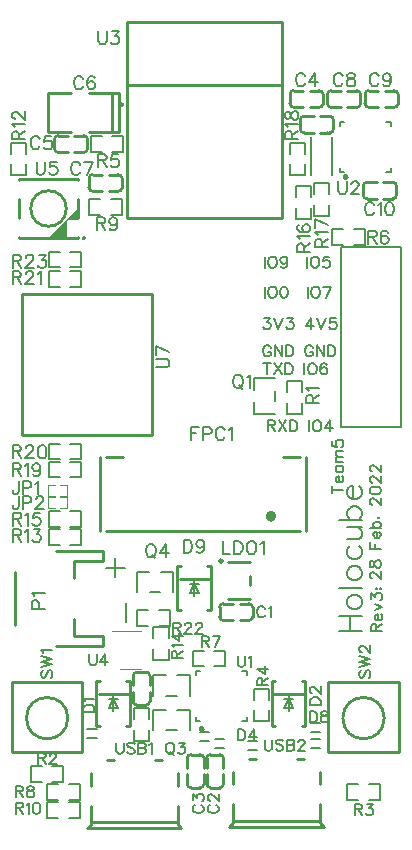
<source format=gto>
G04 Layer: TopSilkscreenLayer*
G04 EasyEDA v6.4.32, 2022-03-05 12:23:48*
G04 1b2e3b3a17c3449da9e352887ce741fa,292cea30c40f4109b391fbfe46d023fa,10*
G04 Gerber Generator version 0.2*
G04 Scale: 100 percent, Rotated: No, Reflected: No *
G04 Dimensions in millimeters *
G04 leading zeros omitted , absolute positions ,4 integer and 5 decimal *
%FSLAX45Y45*%
%MOMM*%

%ADD10C,0.2540*%
%ADD15C,0.4000*%
%ADD16C,0.1270*%
%ADD55C,0.1016*%
%ADD56C,0.1524*%
%ADD57C,0.2000*%
%ADD58C,0.1200*%
%ADD59C,0.2032*%
%ADD60C,0.1500*%

%LPD*%
D59*
X838707Y-4654042D02*
G01*
X1004823Y-4654042D01*
X921765Y-4737100D02*
G01*
X921765Y-4570729D01*
X1010665Y-5118100D02*
G01*
X1010665Y-4951729D01*
X2817622Y-5194300D02*
G01*
X3011424Y-5194300D01*
X2817622Y-5065013D02*
G01*
X3011424Y-5065013D01*
X2909824Y-5194300D02*
G01*
X2909824Y-5065013D01*
X2882138Y-4957826D02*
G01*
X2891536Y-4976368D01*
X2909824Y-4994910D01*
X2937509Y-5004054D01*
X2956052Y-5004054D01*
X2983738Y-4994910D01*
X3002279Y-4976368D01*
X3011424Y-4957826D01*
X3011424Y-4930139D01*
X3002279Y-4911597D01*
X2983738Y-4893310D01*
X2956052Y-4883912D01*
X2937509Y-4883912D01*
X2909824Y-4893310D01*
X2891536Y-4911597D01*
X2882138Y-4930139D01*
X2882138Y-4957826D01*
X2817622Y-4822952D02*
G01*
X3011424Y-4822952D01*
X2882138Y-4715763D02*
G01*
X2891536Y-4734305D01*
X2909824Y-4752847D01*
X2937509Y-4761992D01*
X2956052Y-4761992D01*
X2983738Y-4752847D01*
X3002279Y-4734305D01*
X3011424Y-4715763D01*
X3011424Y-4688078D01*
X3002279Y-4669789D01*
X2983738Y-4651247D01*
X2956052Y-4641850D01*
X2937509Y-4641850D01*
X2909824Y-4651247D01*
X2891536Y-4669789D01*
X2882138Y-4688078D01*
X2882138Y-4715763D01*
X2909824Y-4470145D02*
G01*
X2891536Y-4488687D01*
X2882138Y-4507229D01*
X2882138Y-4534915D01*
X2891536Y-4553204D01*
X2909824Y-4571745D01*
X2937509Y-4580889D01*
X2956052Y-4580889D01*
X2983738Y-4571745D01*
X3002279Y-4553204D01*
X3011424Y-4534915D01*
X3011424Y-4507229D01*
X3002279Y-4488687D01*
X2983738Y-4470145D01*
X2882138Y-4409186D02*
G01*
X2974593Y-4409186D01*
X3002279Y-4400042D01*
X3011424Y-4381500D01*
X3011424Y-4353813D01*
X3002279Y-4335271D01*
X2974593Y-4307586D01*
X2882138Y-4307586D02*
G01*
X3011424Y-4307586D01*
X2817622Y-4246626D02*
G01*
X3011424Y-4246626D01*
X2909824Y-4246626D02*
G01*
X2891536Y-4228084D01*
X2882138Y-4209795D01*
X2882138Y-4182110D01*
X2891536Y-4163568D01*
X2909824Y-4145026D01*
X2937509Y-4135881D01*
X2956052Y-4135881D01*
X2983738Y-4145026D01*
X3002279Y-4163568D01*
X3011424Y-4182110D01*
X3011424Y-4209795D01*
X3002279Y-4228084D01*
X2983738Y-4246626D01*
X2937509Y-4074921D02*
G01*
X2937509Y-3963923D01*
X2919222Y-3963923D01*
X2900679Y-3973321D01*
X2891536Y-3982465D01*
X2882138Y-4001007D01*
X2882138Y-4028694D01*
X2891536Y-4047236D01*
X2909824Y-4065523D01*
X2937509Y-4074921D01*
X2956052Y-4074921D01*
X2983738Y-4065523D01*
X3002279Y-4047236D01*
X3011424Y-4028694D01*
X3011424Y-4001007D01*
X3002279Y-3982465D01*
X2983738Y-3963923D01*
X2756661Y-3994150D02*
G01*
X2852165Y-3994150D01*
X2756661Y-4025900D02*
G01*
X2756661Y-3962145D01*
X2815590Y-3932173D02*
G01*
X2815590Y-3877818D01*
X2806700Y-3877818D01*
X2797556Y-3882389D01*
X2792984Y-3886707D01*
X2788411Y-3895852D01*
X2788411Y-3909568D01*
X2792984Y-3918712D01*
X2802127Y-3927602D01*
X2815590Y-3932173D01*
X2824734Y-3932173D01*
X2838450Y-3927602D01*
X2847593Y-3918712D01*
X2852165Y-3909568D01*
X2852165Y-3895852D01*
X2847593Y-3886707D01*
X2838450Y-3877818D01*
X2788411Y-3793236D02*
G01*
X2852165Y-3793236D01*
X2802127Y-3793236D02*
G01*
X2792984Y-3802379D01*
X2788411Y-3811270D01*
X2788411Y-3824986D01*
X2792984Y-3834129D01*
X2802127Y-3843273D01*
X2815590Y-3847592D01*
X2824734Y-3847592D01*
X2838450Y-3843273D01*
X2847593Y-3834129D01*
X2852165Y-3824986D01*
X2852165Y-3811270D01*
X2847593Y-3802379D01*
X2838450Y-3793236D01*
X2788411Y-3763263D02*
G01*
X2852165Y-3763263D01*
X2806700Y-3763263D02*
G01*
X2792984Y-3749547D01*
X2788411Y-3740404D01*
X2788411Y-3726687D01*
X2792984Y-3717797D01*
X2806700Y-3713226D01*
X2852165Y-3713226D01*
X2806700Y-3713226D02*
G01*
X2792984Y-3699510D01*
X2788411Y-3690365D01*
X2788411Y-3676904D01*
X2792984Y-3667760D01*
X2806700Y-3663187D01*
X2852165Y-3663187D01*
X2756661Y-3578605D02*
G01*
X2756661Y-3624071D01*
X2797556Y-3628644D01*
X2792984Y-3624071D01*
X2788411Y-3610355D01*
X2788411Y-3596894D01*
X2792984Y-3583178D01*
X2802127Y-3574034D01*
X2815590Y-3569462D01*
X2824734Y-3569462D01*
X2838450Y-3574034D01*
X2847593Y-3583178D01*
X2852165Y-3596894D01*
X2852165Y-3610355D01*
X2847593Y-3624071D01*
X2843022Y-3628644D01*
X2833877Y-3633215D01*
X3086861Y-5194300D02*
G01*
X3182365Y-5194300D01*
X3086861Y-5194300D02*
G01*
X3086861Y-5153405D01*
X3091434Y-5139689D01*
X3096006Y-5135118D01*
X3104895Y-5130545D01*
X3114040Y-5130545D01*
X3123184Y-5135118D01*
X3127756Y-5139689D01*
X3132327Y-5153405D01*
X3132327Y-5194300D01*
X3132327Y-5162550D02*
G01*
X3182365Y-5130545D01*
X3145790Y-5100573D02*
G01*
X3145790Y-5046218D01*
X3136900Y-5046218D01*
X3127756Y-5050789D01*
X3123184Y-5055107D01*
X3118611Y-5064252D01*
X3118611Y-5077968D01*
X3123184Y-5087112D01*
X3132327Y-5096002D01*
X3145790Y-5100573D01*
X3154934Y-5100573D01*
X3168650Y-5096002D01*
X3177793Y-5087112D01*
X3182365Y-5077968D01*
X3182365Y-5064252D01*
X3177793Y-5055107D01*
X3168650Y-5046218D01*
X3118611Y-5015992D02*
G01*
X3182365Y-4988813D01*
X3118611Y-4961636D02*
G01*
X3182365Y-4988813D01*
X3086861Y-4922520D02*
G01*
X3086861Y-4872481D01*
X3123184Y-4899660D01*
X3123184Y-4886197D01*
X3127756Y-4877054D01*
X3132327Y-4872481D01*
X3145790Y-4867910D01*
X3154934Y-4867910D01*
X3168650Y-4872481D01*
X3177793Y-4881626D01*
X3182365Y-4895087D01*
X3182365Y-4908804D01*
X3177793Y-4922520D01*
X3173222Y-4927092D01*
X3164077Y-4931663D01*
X3127756Y-4833365D02*
G01*
X3132327Y-4837937D01*
X3136900Y-4833365D01*
X3132327Y-4828794D01*
X3127756Y-4833365D01*
X3159506Y-4833365D02*
G01*
X3164077Y-4837937D01*
X3168650Y-4833365D01*
X3164077Y-4828794D01*
X3159506Y-4833365D01*
X3096768Y-4745228D02*
G01*
X3092195Y-4745228D01*
X3083306Y-4740655D01*
X3078734Y-4736084D01*
X3074161Y-4727194D01*
X3074161Y-4708905D01*
X3078734Y-4699762D01*
X3083306Y-4695189D01*
X3092195Y-4690618D01*
X3101340Y-4690618D01*
X3110484Y-4695189D01*
X3124200Y-4704334D01*
X3169665Y-4749800D01*
X3169665Y-4686045D01*
X3074161Y-4633468D02*
G01*
X3078734Y-4647184D01*
X3087624Y-4651502D01*
X3096768Y-4651502D01*
X3105911Y-4647184D01*
X3110484Y-4638039D01*
X3115056Y-4619752D01*
X3119627Y-4606289D01*
X3128518Y-4597145D01*
X3137661Y-4592573D01*
X3151377Y-4592573D01*
X3160522Y-4597145D01*
X3165093Y-4601718D01*
X3169665Y-4615179D01*
X3169665Y-4633468D01*
X3165093Y-4647184D01*
X3160522Y-4651502D01*
X3151377Y-4656073D01*
X3137661Y-4656073D01*
X3128518Y-4651502D01*
X3119627Y-4642612D01*
X3115056Y-4628895D01*
X3110484Y-4610607D01*
X3105911Y-4601718D01*
X3096768Y-4597145D01*
X3087624Y-4597145D01*
X3078734Y-4601718D01*
X3074161Y-4615179D01*
X3074161Y-4633468D01*
X3074161Y-4492497D02*
G01*
X3169665Y-4492497D01*
X3074161Y-4492497D02*
G01*
X3074161Y-4433315D01*
X3119627Y-4492497D02*
G01*
X3119627Y-4456176D01*
X3133090Y-4403344D02*
G01*
X3133090Y-4348987D01*
X3124200Y-4348987D01*
X3115056Y-4353560D01*
X3110484Y-4357878D01*
X3105911Y-4367021D01*
X3105911Y-4380737D01*
X3110484Y-4389881D01*
X3119627Y-4398771D01*
X3133090Y-4403344D01*
X3142234Y-4403344D01*
X3155950Y-4398771D01*
X3165093Y-4389881D01*
X3169665Y-4380737D01*
X3169665Y-4367021D01*
X3165093Y-4357878D01*
X3155950Y-4348987D01*
X3074161Y-4319015D02*
G01*
X3169665Y-4319015D01*
X3119627Y-4319015D02*
G01*
X3110484Y-4309871D01*
X3105911Y-4300728D01*
X3105911Y-4287012D01*
X3110484Y-4277868D01*
X3119627Y-4268978D01*
X3133090Y-4264405D01*
X3142234Y-4264405D01*
X3155950Y-4268978D01*
X3165093Y-4277868D01*
X3169665Y-4287012D01*
X3169665Y-4300728D01*
X3165093Y-4309871D01*
X3155950Y-4319015D01*
X3146806Y-4229862D02*
G01*
X3151377Y-4234434D01*
X3155950Y-4229862D01*
X3151377Y-4225289D01*
X3146806Y-4229862D01*
X3096768Y-4120642D02*
G01*
X3092195Y-4120642D01*
X3083306Y-4116070D01*
X3078734Y-4111497D01*
X3074161Y-4102607D01*
X3074161Y-4084320D01*
X3078734Y-4075176D01*
X3083306Y-4070604D01*
X3092195Y-4066286D01*
X3101340Y-4066286D01*
X3110484Y-4070604D01*
X3124200Y-4079747D01*
X3169665Y-4125213D01*
X3169665Y-4061713D01*
X3074161Y-4004310D02*
G01*
X3078734Y-4018026D01*
X3092195Y-4027170D01*
X3115056Y-4031742D01*
X3128518Y-4031742D01*
X3151377Y-4027170D01*
X3165093Y-4018026D01*
X3169665Y-4004310D01*
X3169665Y-3995165D01*
X3165093Y-3981704D01*
X3151377Y-3972560D01*
X3128518Y-3967987D01*
X3115056Y-3967987D01*
X3092195Y-3972560D01*
X3078734Y-3981704D01*
X3074161Y-3995165D01*
X3074161Y-4004310D01*
X3096768Y-3933444D02*
G01*
X3092195Y-3933444D01*
X3083306Y-3928871D01*
X3078734Y-3924300D01*
X3074161Y-3915155D01*
X3074161Y-3897121D01*
X3078734Y-3887978D01*
X3083306Y-3883405D01*
X3092195Y-3878834D01*
X3101340Y-3878834D01*
X3110484Y-3883405D01*
X3124200Y-3892550D01*
X3169665Y-3938015D01*
X3169665Y-3874262D01*
X3096768Y-3839718D02*
G01*
X3092195Y-3839718D01*
X3083306Y-3835145D01*
X3078734Y-3830828D01*
X3074161Y-3821684D01*
X3074161Y-3803395D01*
X3078734Y-3794252D01*
X3083306Y-3789679D01*
X3092195Y-3785362D01*
X3101340Y-3785362D01*
X3110484Y-3789679D01*
X3124200Y-3798823D01*
X3169665Y-3844289D01*
X3169665Y-3780789D01*
X2184400Y-2020062D02*
G01*
X2184400Y-2115565D01*
X2241550Y-2020062D02*
G01*
X2232659Y-2024634D01*
X2223515Y-2033523D01*
X2218943Y-2042668D01*
X2214372Y-2056384D01*
X2214372Y-2078989D01*
X2218943Y-2092705D01*
X2223515Y-2101850D01*
X2232659Y-2110994D01*
X2241550Y-2115565D01*
X2259838Y-2115565D01*
X2268981Y-2110994D01*
X2278125Y-2101850D01*
X2282697Y-2092705D01*
X2287015Y-2078989D01*
X2287015Y-2056384D01*
X2282697Y-2042668D01*
X2278125Y-2033523D01*
X2268981Y-2024634D01*
X2259838Y-2020062D01*
X2241550Y-2020062D01*
X2376170Y-2051812D02*
G01*
X2371597Y-2065528D01*
X2362708Y-2074418D01*
X2348991Y-2078989D01*
X2344420Y-2078989D01*
X2330704Y-2074418D01*
X2321559Y-2065528D01*
X2317241Y-2051812D01*
X2317241Y-2047239D01*
X2321559Y-2033523D01*
X2330704Y-2024634D01*
X2344420Y-2020062D01*
X2348991Y-2020062D01*
X2362708Y-2024634D01*
X2371597Y-2033523D01*
X2376170Y-2051812D01*
X2376170Y-2074418D01*
X2371597Y-2097278D01*
X2362708Y-2110994D01*
X2348991Y-2115565D01*
X2339847Y-2115565D01*
X2326131Y-2110994D01*
X2321559Y-2101850D01*
X2546095Y-2020062D02*
G01*
X2546095Y-2115565D01*
X2603500Y-2020062D02*
G01*
X2594356Y-2024634D01*
X2585211Y-2033523D01*
X2580640Y-2042668D01*
X2576322Y-2056384D01*
X2576322Y-2078989D01*
X2580640Y-2092705D01*
X2585211Y-2101850D01*
X2594356Y-2110994D01*
X2603500Y-2115565D01*
X2621788Y-2115565D01*
X2630677Y-2110994D01*
X2639822Y-2101850D01*
X2644393Y-2092705D01*
X2648965Y-2078989D01*
X2648965Y-2056384D01*
X2644393Y-2042668D01*
X2639822Y-2033523D01*
X2630677Y-2024634D01*
X2621788Y-2020062D01*
X2603500Y-2020062D01*
X2733547Y-2020062D02*
G01*
X2688081Y-2020062D01*
X2683509Y-2060955D01*
X2688081Y-2056384D01*
X2701797Y-2051812D01*
X2715259Y-2051812D01*
X2728975Y-2056384D01*
X2738120Y-2065528D01*
X2742691Y-2078989D01*
X2742691Y-2088134D01*
X2738120Y-2101850D01*
X2728975Y-2110994D01*
X2715259Y-2115565D01*
X2701797Y-2115565D01*
X2688081Y-2110994D01*
X2683509Y-2106421D01*
X2678938Y-2097278D01*
X2184400Y-2274062D02*
G01*
X2184400Y-2369565D01*
X2241550Y-2274062D02*
G01*
X2232659Y-2278634D01*
X2223515Y-2287523D01*
X2218943Y-2296668D01*
X2214372Y-2310384D01*
X2214372Y-2332989D01*
X2218943Y-2346705D01*
X2223515Y-2355850D01*
X2232659Y-2364994D01*
X2241550Y-2369565D01*
X2259838Y-2369565D01*
X2268981Y-2364994D01*
X2278125Y-2355850D01*
X2282697Y-2346705D01*
X2287015Y-2332989D01*
X2287015Y-2310384D01*
X2282697Y-2296668D01*
X2278125Y-2287523D01*
X2268981Y-2278634D01*
X2259838Y-2274062D01*
X2241550Y-2274062D01*
X2344420Y-2274062D02*
G01*
X2330704Y-2278634D01*
X2321559Y-2292095D01*
X2317241Y-2314955D01*
X2317241Y-2328418D01*
X2321559Y-2351278D01*
X2330704Y-2364994D01*
X2344420Y-2369565D01*
X2353563Y-2369565D01*
X2367025Y-2364994D01*
X2376170Y-2351278D01*
X2380741Y-2328418D01*
X2380741Y-2314955D01*
X2376170Y-2292095D01*
X2367025Y-2278634D01*
X2353563Y-2274062D01*
X2344420Y-2274062D01*
X2550668Y-2274062D02*
G01*
X2550668Y-2369565D01*
X2608072Y-2274062D02*
G01*
X2598927Y-2278634D01*
X2589784Y-2287523D01*
X2585211Y-2296668D01*
X2580640Y-2310384D01*
X2580640Y-2332989D01*
X2585211Y-2346705D01*
X2589784Y-2355850D01*
X2598927Y-2364994D01*
X2608072Y-2369565D01*
X2626106Y-2369565D01*
X2635250Y-2364994D01*
X2644393Y-2355850D01*
X2648965Y-2346705D01*
X2653538Y-2332989D01*
X2653538Y-2310384D01*
X2648965Y-2296668D01*
X2644393Y-2287523D01*
X2635250Y-2278634D01*
X2626106Y-2274062D01*
X2608072Y-2274062D01*
X2747009Y-2274062D02*
G01*
X2701797Y-2369565D01*
X2683509Y-2274062D02*
G01*
X2747009Y-2274062D01*
X2180843Y-2540762D02*
G01*
X2230881Y-2540762D01*
X2203450Y-2577084D01*
X2217165Y-2577084D01*
X2226309Y-2581655D01*
X2230881Y-2586228D01*
X2235454Y-2599689D01*
X2235454Y-2608834D01*
X2230881Y-2622550D01*
X2221738Y-2631694D01*
X2208022Y-2636265D01*
X2194306Y-2636265D01*
X2180843Y-2631694D01*
X2176272Y-2627121D01*
X2171700Y-2617978D01*
X2265425Y-2540762D02*
G01*
X2301747Y-2636265D01*
X2338070Y-2540762D02*
G01*
X2301747Y-2636265D01*
X2377186Y-2540762D02*
G01*
X2427224Y-2540762D01*
X2399791Y-2577084D01*
X2413508Y-2577084D01*
X2422652Y-2581655D01*
X2427224Y-2586228D01*
X2431795Y-2599689D01*
X2431795Y-2608834D01*
X2427224Y-2622550D01*
X2418079Y-2631694D01*
X2404363Y-2636265D01*
X2390902Y-2636265D01*
X2377186Y-2631694D01*
X2372613Y-2627121D01*
X2368041Y-2617978D01*
X2577084Y-2540762D02*
G01*
X2531618Y-2604262D01*
X2599943Y-2604262D01*
X2577084Y-2540762D02*
G01*
X2577084Y-2636265D01*
X2629915Y-2540762D02*
G01*
X2666238Y-2636265D01*
X2702559Y-2540762D02*
G01*
X2666238Y-2636265D01*
X2787141Y-2540762D02*
G01*
X2741675Y-2540762D01*
X2737104Y-2581655D01*
X2741675Y-2577084D01*
X2755391Y-2572512D01*
X2768854Y-2572512D01*
X2782570Y-2577084D01*
X2791713Y-2586228D01*
X2796286Y-2599689D01*
X2796286Y-2608834D01*
X2791713Y-2622550D01*
X2782570Y-2631694D01*
X2768854Y-2636265D01*
X2755391Y-2636265D01*
X2741675Y-2631694D01*
X2737104Y-2627121D01*
X2732531Y-2617978D01*
X2239772Y-2791968D02*
G01*
X2235454Y-2782823D01*
X2226309Y-2773934D01*
X2217165Y-2769362D01*
X2198877Y-2769362D01*
X2189988Y-2773934D01*
X2180843Y-2782823D01*
X2176272Y-2791968D01*
X2171700Y-2805684D01*
X2171700Y-2828289D01*
X2176272Y-2842005D01*
X2180843Y-2851150D01*
X2189988Y-2860294D01*
X2198877Y-2864865D01*
X2217165Y-2864865D01*
X2226309Y-2860294D01*
X2235454Y-2851150D01*
X2239772Y-2842005D01*
X2239772Y-2828289D01*
X2217165Y-2828289D02*
G01*
X2239772Y-2828289D01*
X2269997Y-2769362D02*
G01*
X2269997Y-2864865D01*
X2269997Y-2769362D02*
G01*
X2333497Y-2864865D01*
X2333497Y-2769362D02*
G01*
X2333497Y-2864865D01*
X2363470Y-2769362D02*
G01*
X2363470Y-2864865D01*
X2363470Y-2769362D02*
G01*
X2395220Y-2769362D01*
X2408936Y-2773934D01*
X2418079Y-2782823D01*
X2422652Y-2791968D01*
X2427224Y-2805684D01*
X2427224Y-2828289D01*
X2422652Y-2842005D01*
X2418079Y-2851150D01*
X2408936Y-2860294D01*
X2395220Y-2864865D01*
X2363470Y-2864865D01*
X2595372Y-2791968D02*
G01*
X2590800Y-2782823D01*
X2581656Y-2773934D01*
X2572511Y-2769362D01*
X2554477Y-2769362D01*
X2545334Y-2773934D01*
X2536190Y-2782823D01*
X2531618Y-2791968D01*
X2527045Y-2805684D01*
X2527045Y-2828289D01*
X2531618Y-2842005D01*
X2536190Y-2851150D01*
X2545334Y-2860294D01*
X2554477Y-2864865D01*
X2572511Y-2864865D01*
X2581656Y-2860294D01*
X2590800Y-2851150D01*
X2595372Y-2842005D01*
X2595372Y-2828289D01*
X2572511Y-2828289D02*
G01*
X2595372Y-2828289D01*
X2625343Y-2769362D02*
G01*
X2625343Y-2864865D01*
X2625343Y-2769362D02*
G01*
X2689097Y-2864865D01*
X2689097Y-2769362D02*
G01*
X2689097Y-2864865D01*
X2719070Y-2769362D02*
G01*
X2719070Y-2864865D01*
X2719070Y-2769362D02*
G01*
X2750820Y-2769362D01*
X2764536Y-2773934D01*
X2773425Y-2782823D01*
X2777997Y-2791968D01*
X2782570Y-2805684D01*
X2782570Y-2828289D01*
X2777997Y-2842005D01*
X2773425Y-2851150D01*
X2764536Y-2860294D01*
X2750820Y-2864865D01*
X2719070Y-2864865D01*
X2203450Y-2921762D02*
G01*
X2203450Y-3017265D01*
X2171700Y-2921762D02*
G01*
X2235454Y-2921762D01*
X2265425Y-2921762D02*
G01*
X2328925Y-3017265D01*
X2328925Y-2921762D02*
G01*
X2265425Y-3017265D01*
X2358897Y-2921762D02*
G01*
X2358897Y-3017265D01*
X2358897Y-2921762D02*
G01*
X2390902Y-2921762D01*
X2404363Y-2926334D01*
X2413508Y-2935223D01*
X2418079Y-2944368D01*
X2422652Y-2958084D01*
X2422652Y-2980689D01*
X2418079Y-2994405D01*
X2413508Y-3003550D01*
X2404363Y-3012694D01*
X2390902Y-3017265D01*
X2358897Y-3017265D01*
X2522727Y-2921762D02*
G01*
X2522727Y-3017265D01*
X2579877Y-2921762D02*
G01*
X2570734Y-2926334D01*
X2561590Y-2935223D01*
X2557272Y-2944368D01*
X2552700Y-2958084D01*
X2552700Y-2980689D01*
X2557272Y-2994405D01*
X2561590Y-3003550D01*
X2570734Y-3012694D01*
X2579877Y-3017265D01*
X2598165Y-3017265D01*
X2607056Y-3012694D01*
X2616200Y-3003550D01*
X2620772Y-2994405D01*
X2625343Y-2980689D01*
X2625343Y-2958084D01*
X2620772Y-2944368D01*
X2616200Y-2935223D01*
X2607056Y-2926334D01*
X2598165Y-2921762D01*
X2579877Y-2921762D01*
X2709925Y-2935223D02*
G01*
X2705354Y-2926334D01*
X2691638Y-2921762D01*
X2682493Y-2921762D01*
X2669031Y-2926334D01*
X2659888Y-2939795D01*
X2655315Y-2962655D01*
X2655315Y-2985262D01*
X2659888Y-3003550D01*
X2669031Y-3012694D01*
X2682493Y-3017265D01*
X2687065Y-3017265D01*
X2700781Y-3012694D01*
X2709925Y-3003550D01*
X2714497Y-2989834D01*
X2714497Y-2985262D01*
X2709925Y-2971800D01*
X2700781Y-2962655D01*
X2687065Y-2958084D01*
X2682493Y-2958084D01*
X2669031Y-2962655D01*
X2659888Y-2971800D01*
X2655315Y-2985262D01*
X2209800Y-3404362D02*
G01*
X2209800Y-3499865D01*
X2209800Y-3404362D02*
G01*
X2250693Y-3404362D01*
X2264409Y-3408934D01*
X2268981Y-3413505D01*
X2273554Y-3422395D01*
X2273554Y-3431539D01*
X2268981Y-3440684D01*
X2264409Y-3445255D01*
X2250693Y-3449828D01*
X2209800Y-3449828D01*
X2241550Y-3449828D02*
G01*
X2273554Y-3499865D01*
X2303525Y-3404362D02*
G01*
X2367025Y-3499865D01*
X2367025Y-3404362D02*
G01*
X2303525Y-3499865D01*
X2396997Y-3404362D02*
G01*
X2396997Y-3499865D01*
X2396997Y-3404362D02*
G01*
X2429002Y-3404362D01*
X2442463Y-3408934D01*
X2451608Y-3417823D01*
X2456179Y-3426968D01*
X2460752Y-3440684D01*
X2460752Y-3463289D01*
X2456179Y-3477005D01*
X2451608Y-3486150D01*
X2442463Y-3495294D01*
X2429002Y-3499865D01*
X2396997Y-3499865D01*
X2560827Y-3404362D02*
G01*
X2560827Y-3499865D01*
X2617977Y-3404362D02*
G01*
X2608834Y-3408934D01*
X2599690Y-3417823D01*
X2595372Y-3426968D01*
X2590800Y-3440684D01*
X2590800Y-3463289D01*
X2595372Y-3477005D01*
X2599690Y-3486150D01*
X2608834Y-3495294D01*
X2617977Y-3499865D01*
X2636265Y-3499865D01*
X2645156Y-3495294D01*
X2654300Y-3486150D01*
X2658872Y-3477005D01*
X2663443Y-3463289D01*
X2663443Y-3440684D01*
X2658872Y-3426968D01*
X2654300Y-3417823D01*
X2645156Y-3408934D01*
X2636265Y-3404362D01*
X2617977Y-3404362D01*
X2738881Y-3404362D02*
G01*
X2693415Y-3467862D01*
X2761741Y-3467862D01*
X2738881Y-3404362D02*
G01*
X2738881Y-3499865D01*
D56*
X1828812Y-4431284D02*
G01*
X1828812Y-4540250D01*
X1828812Y-4540250D02*
G01*
X1891042Y-4540250D01*
X1925332Y-4431284D02*
G01*
X1925332Y-4540250D01*
X1925332Y-4431284D02*
G01*
X1961908Y-4431284D01*
X1977402Y-4436363D01*
X1987816Y-4446778D01*
X1992896Y-4457192D01*
X1998230Y-4472939D01*
X1998230Y-4498847D01*
X1992896Y-4514342D01*
X1987816Y-4524755D01*
X1977402Y-4535170D01*
X1961908Y-4540250D01*
X1925332Y-4540250D01*
X2063762Y-4431284D02*
G01*
X2053348Y-4436363D01*
X2042934Y-4446778D01*
X2037600Y-4457192D01*
X2032520Y-4472939D01*
X2032520Y-4498847D01*
X2037600Y-4514342D01*
X2042934Y-4524755D01*
X2053348Y-4535170D01*
X2063762Y-4540250D01*
X2084336Y-4540250D01*
X2094750Y-4535170D01*
X2105164Y-4524755D01*
X2110498Y-4514342D01*
X2115578Y-4498847D01*
X2115578Y-4472939D01*
X2110498Y-4457192D01*
X2105164Y-4446778D01*
X2094750Y-4436363D01*
X2084336Y-4431284D01*
X2063762Y-4431284D01*
X2149868Y-4452112D02*
G01*
X2160282Y-4446778D01*
X2175776Y-4431284D01*
X2175776Y-4540250D01*
X649478Y-520192D02*
G01*
X644144Y-509778D01*
X633729Y-499363D01*
X623570Y-494284D01*
X602742Y-494284D01*
X592328Y-499363D01*
X581913Y-509778D01*
X576579Y-520192D01*
X571500Y-535939D01*
X571500Y-561847D01*
X576579Y-577342D01*
X581913Y-587755D01*
X592328Y-598170D01*
X602742Y-603250D01*
X623570Y-603250D01*
X633729Y-598170D01*
X644144Y-587755D01*
X649478Y-577342D01*
X745997Y-509778D02*
G01*
X740918Y-499363D01*
X725170Y-494284D01*
X715010Y-494284D01*
X699262Y-499363D01*
X688847Y-515112D01*
X683768Y-541020D01*
X683768Y-566928D01*
X688847Y-587755D01*
X699262Y-598170D01*
X715010Y-603250D01*
X720089Y-603250D01*
X735584Y-598170D01*
X745997Y-587755D01*
X751331Y-572262D01*
X751331Y-566928D01*
X745997Y-551434D01*
X735584Y-541020D01*
X720089Y-535939D01*
X715010Y-535939D01*
X699262Y-541020D01*
X688847Y-551434D01*
X683768Y-566928D01*
X648462Y-5880100D02*
G01*
X743965Y-5880100D01*
X648462Y-5880100D02*
G01*
X648462Y-5848350D01*
X653034Y-5834634D01*
X661923Y-5825489D01*
X671068Y-5820918D01*
X684784Y-5816345D01*
X707389Y-5816345D01*
X721105Y-5820918D01*
X730250Y-5825489D01*
X739394Y-5834634D01*
X743965Y-5848350D01*
X743965Y-5880100D01*
X666495Y-5786373D02*
G01*
X661923Y-5777484D01*
X648462Y-5763768D01*
X743965Y-5763768D01*
X2566161Y-5816600D02*
G01*
X2661665Y-5816600D01*
X2566161Y-5816600D02*
G01*
X2566161Y-5784850D01*
X2570734Y-5771134D01*
X2579624Y-5761989D01*
X2588768Y-5757418D01*
X2602484Y-5752845D01*
X2625090Y-5752845D01*
X2638806Y-5757418D01*
X2647950Y-5761989D01*
X2657093Y-5771134D01*
X2661665Y-5784850D01*
X2661665Y-5816600D01*
X2588768Y-5718302D02*
G01*
X2584195Y-5718302D01*
X2575306Y-5713984D01*
X2570734Y-5709412D01*
X2566161Y-5700268D01*
X2566161Y-5681979D01*
X2570734Y-5673089D01*
X2575306Y-5668518D01*
X2584195Y-5663945D01*
X2593340Y-5663945D01*
X2602484Y-5668518D01*
X2616200Y-5677407D01*
X2661665Y-5722873D01*
X2661665Y-5659373D01*
X1498587Y-4418584D02*
G01*
X1498587Y-4527550D01*
X1498587Y-4418584D02*
G01*
X1534909Y-4418584D01*
X1550657Y-4423663D01*
X1560817Y-4434078D01*
X1566151Y-4444492D01*
X1571231Y-4460239D01*
X1571231Y-4486147D01*
X1566151Y-4501642D01*
X1560817Y-4512055D01*
X1550657Y-4522470D01*
X1534909Y-4527550D01*
X1498587Y-4527550D01*
X1673085Y-4454905D02*
G01*
X1668005Y-4470400D01*
X1657591Y-4480813D01*
X1642097Y-4486147D01*
X1636763Y-4486147D01*
X1621269Y-4480813D01*
X1610855Y-4470400D01*
X1605521Y-4454905D01*
X1605521Y-4449826D01*
X1610855Y-4434078D01*
X1621269Y-4423663D01*
X1636763Y-4418584D01*
X1642097Y-4418584D01*
X1657591Y-4423663D01*
X1668005Y-4434078D01*
X1673085Y-4454905D01*
X1673085Y-4480813D01*
X1668005Y-4506976D01*
X1657591Y-4522470D01*
X1642097Y-4527550D01*
X1631683Y-4527550D01*
X1615935Y-4522470D01*
X1610855Y-4512055D01*
X1955800Y-6020562D02*
G01*
X1955800Y-6116065D01*
X1955800Y-6020562D02*
G01*
X1987550Y-6020562D01*
X2001265Y-6025134D01*
X2010409Y-6034023D01*
X2014981Y-6043168D01*
X2019554Y-6056884D01*
X2019554Y-6079489D01*
X2014981Y-6093205D01*
X2010409Y-6102350D01*
X2001265Y-6111494D01*
X1987550Y-6116065D01*
X1955800Y-6116065D01*
X2094991Y-6020562D02*
G01*
X2049525Y-6084062D01*
X2117597Y-6084062D01*
X2094991Y-6020562D02*
G01*
X2094991Y-6116065D01*
X2565400Y-5868162D02*
G01*
X2565400Y-5963665D01*
X2565400Y-5868162D02*
G01*
X2597150Y-5868162D01*
X2610865Y-5872734D01*
X2620009Y-5881623D01*
X2624581Y-5890768D01*
X2629154Y-5904484D01*
X2629154Y-5927089D01*
X2624581Y-5940805D01*
X2620009Y-5949950D01*
X2610865Y-5959094D01*
X2597150Y-5963665D01*
X2565400Y-5963665D01*
X2681731Y-5868162D02*
G01*
X2668015Y-5872734D01*
X2663697Y-5881623D01*
X2663697Y-5890768D01*
X2668015Y-5899912D01*
X2677159Y-5904484D01*
X2695447Y-5909055D01*
X2708909Y-5913628D01*
X2718054Y-5922518D01*
X2722625Y-5931662D01*
X2722625Y-5945378D01*
X2718054Y-5954521D01*
X2713481Y-5959094D01*
X2700020Y-5963665D01*
X2681731Y-5963665D01*
X2668015Y-5959094D01*
X2663697Y-5954521D01*
X2659125Y-5945378D01*
X2659125Y-5931662D01*
X2663697Y-5922518D01*
X2672588Y-5913628D01*
X2686304Y-5909055D01*
X2704591Y-5904484D01*
X2713481Y-5899912D01*
X2718054Y-5890768D01*
X2718054Y-5881623D01*
X2713481Y-5872734D01*
X2700020Y-5868162D01*
X2681731Y-5868162D01*
X1562100Y-3466084D02*
G01*
X1562100Y-3575050D01*
X1562100Y-3466084D02*
G01*
X1629663Y-3466084D01*
X1562100Y-3517900D02*
G01*
X1603755Y-3517900D01*
X1663954Y-3466084D02*
G01*
X1663954Y-3575050D01*
X1663954Y-3466084D02*
G01*
X1710689Y-3466084D01*
X1726184Y-3471163D01*
X1731518Y-3476497D01*
X1736597Y-3486912D01*
X1736597Y-3502405D01*
X1731518Y-3512820D01*
X1726184Y-3517900D01*
X1710689Y-3523234D01*
X1663954Y-3523234D01*
X1848865Y-3491992D02*
G01*
X1843786Y-3481578D01*
X1833371Y-3471163D01*
X1822957Y-3466084D01*
X1802129Y-3466084D01*
X1791715Y-3471163D01*
X1781302Y-3481578D01*
X1776221Y-3491992D01*
X1770887Y-3507739D01*
X1770887Y-3533647D01*
X1776221Y-3549142D01*
X1781302Y-3559555D01*
X1791715Y-3569970D01*
X1802129Y-3575050D01*
X1822957Y-3575050D01*
X1833371Y-3569970D01*
X1843786Y-3559555D01*
X1848865Y-3549142D01*
X1883155Y-3486912D02*
G01*
X1893570Y-3481578D01*
X1909063Y-3466084D01*
X1909063Y-3575050D01*
X102870Y-3923284D02*
G01*
X102870Y-4006342D01*
X97536Y-4022089D01*
X92455Y-4027170D01*
X82042Y-4032250D01*
X71628Y-4032250D01*
X61213Y-4027170D01*
X55879Y-4022089D01*
X50800Y-4006342D01*
X50800Y-3995928D01*
X137160Y-3923284D02*
G01*
X137160Y-4032250D01*
X137160Y-3923284D02*
G01*
X183895Y-3923284D01*
X199389Y-3928363D01*
X204470Y-3933697D01*
X209804Y-3944112D01*
X209804Y-3959605D01*
X204470Y-3970020D01*
X199389Y-3975100D01*
X183895Y-3980434D01*
X137160Y-3980434D01*
X244094Y-3944112D02*
G01*
X254507Y-3938778D01*
X270002Y-3923284D01*
X270002Y-4032250D01*
X102870Y-4050284D02*
G01*
X102870Y-4133342D01*
X97536Y-4149089D01*
X92455Y-4154170D01*
X82042Y-4159250D01*
X71628Y-4159250D01*
X61213Y-4154170D01*
X55879Y-4149089D01*
X50800Y-4133342D01*
X50800Y-4122928D01*
X137160Y-4050284D02*
G01*
X137160Y-4159250D01*
X137160Y-4050284D02*
G01*
X183895Y-4050284D01*
X199389Y-4055363D01*
X204470Y-4060697D01*
X209804Y-4071112D01*
X209804Y-4086605D01*
X204470Y-4097020D01*
X199389Y-4102100D01*
X183895Y-4107434D01*
X137160Y-4107434D01*
X249173Y-4076192D02*
G01*
X249173Y-4071112D01*
X254507Y-4060697D01*
X259587Y-4055363D01*
X270002Y-4050284D01*
X290829Y-4050284D01*
X301244Y-4055363D01*
X306323Y-4060697D01*
X311657Y-4071112D01*
X311657Y-4081526D01*
X306323Y-4091939D01*
X295910Y-4107434D01*
X244094Y-4159250D01*
X316737Y-4159250D01*
X214884Y-5003800D02*
G01*
X323850Y-5003800D01*
X214884Y-5003800D02*
G01*
X214884Y-4957063D01*
X219963Y-4941570D01*
X225297Y-4936236D01*
X235712Y-4931155D01*
X251205Y-4931155D01*
X261620Y-4936236D01*
X266700Y-4941570D01*
X272034Y-4957063D01*
X272034Y-5003800D01*
X235712Y-4896865D02*
G01*
X230378Y-4886452D01*
X214884Y-4870704D01*
X323850Y-4870704D01*
X1948941Y-3021584D02*
G01*
X1938527Y-3026663D01*
X1928113Y-3037078D01*
X1922779Y-3047492D01*
X1917700Y-3063239D01*
X1917700Y-3089147D01*
X1922779Y-3104642D01*
X1928113Y-3115055D01*
X1938527Y-3125470D01*
X1948941Y-3130550D01*
X1969770Y-3130550D01*
X1979929Y-3125470D01*
X1990343Y-3115055D01*
X1995677Y-3104642D01*
X2000758Y-3089147D01*
X2000758Y-3063239D01*
X1995677Y-3047492D01*
X1990343Y-3037078D01*
X1979929Y-3026663D01*
X1969770Y-3021584D01*
X1948941Y-3021584D01*
X1964436Y-3109976D02*
G01*
X1995677Y-3140963D01*
X2035047Y-3042412D02*
G01*
X2045461Y-3037078D01*
X2061209Y-3021584D01*
X2061209Y-3130550D01*
X1373378Y-6134862D02*
G01*
X1364487Y-6139434D01*
X1355344Y-6148323D01*
X1350771Y-6157468D01*
X1346200Y-6171184D01*
X1346200Y-6193789D01*
X1350771Y-6207505D01*
X1355344Y-6216650D01*
X1364487Y-6225794D01*
X1373378Y-6230365D01*
X1391665Y-6230365D01*
X1400810Y-6225794D01*
X1409954Y-6216650D01*
X1414271Y-6207505D01*
X1418844Y-6193789D01*
X1418844Y-6171184D01*
X1414271Y-6157468D01*
X1409954Y-6148323D01*
X1400810Y-6139434D01*
X1391665Y-6134862D01*
X1373378Y-6134862D01*
X1387094Y-6212078D02*
G01*
X1414271Y-6239255D01*
X1457960Y-6134862D02*
G01*
X1507997Y-6134862D01*
X1480820Y-6171184D01*
X1494281Y-6171184D01*
X1503426Y-6175755D01*
X1507997Y-6180328D01*
X1512570Y-6193789D01*
X1512570Y-6202934D01*
X1507997Y-6216650D01*
X1498854Y-6225794D01*
X1485392Y-6230365D01*
X1471676Y-6230365D01*
X1457960Y-6225794D01*
X1453387Y-6221221D01*
X1448815Y-6212078D01*
X2462784Y-1981200D02*
G01*
X2571750Y-1981200D01*
X2462784Y-1981200D02*
G01*
X2462784Y-1934463D01*
X2467863Y-1918970D01*
X2473197Y-1913636D01*
X2483611Y-1908555D01*
X2494025Y-1908555D01*
X2504440Y-1913636D01*
X2509520Y-1918970D01*
X2514600Y-1934463D01*
X2514600Y-1981200D01*
X2514600Y-1944878D02*
G01*
X2571750Y-1908555D01*
X2483611Y-1874265D02*
G01*
X2478277Y-1863852D01*
X2462784Y-1848104D01*
X2571750Y-1848104D01*
X2478277Y-1751584D02*
G01*
X2467863Y-1756663D01*
X2462784Y-1772412D01*
X2462784Y-1782826D01*
X2467863Y-1798320D01*
X2483611Y-1808734D01*
X2509520Y-1813813D01*
X2535427Y-1813813D01*
X2556256Y-1808734D01*
X2566670Y-1798320D01*
X2571750Y-1782826D01*
X2571750Y-1777492D01*
X2566670Y-1761997D01*
X2556256Y-1751584D01*
X2540761Y-1746250D01*
X2535427Y-1746250D01*
X2519934Y-1751584D01*
X2509520Y-1761997D01*
X2504440Y-1777492D01*
X2504440Y-1782826D01*
X2509520Y-1798320D01*
X2519934Y-1808734D01*
X2535427Y-1813813D01*
X2615184Y-1943100D02*
G01*
X2724150Y-1943100D01*
X2615184Y-1943100D02*
G01*
X2615184Y-1896363D01*
X2620263Y-1880870D01*
X2625597Y-1875536D01*
X2636011Y-1870455D01*
X2646425Y-1870455D01*
X2656840Y-1875536D01*
X2661920Y-1880870D01*
X2667000Y-1896363D01*
X2667000Y-1943100D01*
X2667000Y-1906778D02*
G01*
X2724150Y-1870455D01*
X2636011Y-1836165D02*
G01*
X2630677Y-1825752D01*
X2615184Y-1810004D01*
X2724150Y-1810004D01*
X2615184Y-1703070D02*
G01*
X2724150Y-1755139D01*
X2615184Y-1775713D02*
G01*
X2615184Y-1703070D01*
X1955800Y-5398262D02*
G01*
X1955800Y-5466334D01*
X1960372Y-5480050D01*
X1969515Y-5489194D01*
X1982977Y-5493765D01*
X1992122Y-5493765D01*
X2005838Y-5489194D01*
X2014981Y-5480050D01*
X2019554Y-5466334D01*
X2019554Y-5398262D01*
X2049525Y-5416295D02*
G01*
X2058415Y-5411723D01*
X2072131Y-5398262D01*
X2072131Y-5493765D01*
X774700Y-113284D02*
G01*
X774700Y-191262D01*
X779779Y-206755D01*
X790194Y-217170D01*
X805942Y-222250D01*
X816355Y-222250D01*
X831850Y-217170D01*
X842263Y-206755D01*
X847344Y-191262D01*
X847344Y-113284D01*
X892047Y-113284D02*
G01*
X949197Y-113284D01*
X918210Y-154939D01*
X933704Y-154939D01*
X944118Y-160020D01*
X949197Y-165100D01*
X954531Y-180847D01*
X954531Y-191262D01*
X949197Y-206755D01*
X938784Y-217170D01*
X923289Y-222250D01*
X907795Y-222250D01*
X892047Y-217170D01*
X886968Y-212089D01*
X881634Y-201676D01*
X698500Y-5385562D02*
G01*
X698500Y-5453634D01*
X703071Y-5467350D01*
X712215Y-5476494D01*
X725678Y-5481065D01*
X734821Y-5481065D01*
X748537Y-5476494D01*
X757681Y-5467350D01*
X762254Y-5453634D01*
X762254Y-5385562D01*
X837692Y-5385562D02*
G01*
X792226Y-5449062D01*
X860297Y-5449062D01*
X837692Y-5385562D02*
G01*
X837692Y-5481065D01*
X1212329Y-4456684D02*
G01*
X1201915Y-4461763D01*
X1191501Y-4472178D01*
X1186167Y-4482592D01*
X1181087Y-4498339D01*
X1181087Y-4524247D01*
X1186167Y-4539742D01*
X1191501Y-4550155D01*
X1201915Y-4560570D01*
X1212329Y-4565650D01*
X1233157Y-4565650D01*
X1243317Y-4560570D01*
X1253731Y-4550155D01*
X1259065Y-4539742D01*
X1264145Y-4524247D01*
X1264145Y-4498339D01*
X1259065Y-4482592D01*
X1253731Y-4472178D01*
X1243317Y-4461763D01*
X1233157Y-4456684D01*
X1212329Y-4456684D01*
X1227823Y-4545076D02*
G01*
X1259065Y-4576063D01*
X1350505Y-4456684D02*
G01*
X1298435Y-4529328D01*
X1376413Y-4529328D01*
X1350505Y-4456684D02*
G01*
X1350505Y-4565650D01*
X774623Y-1154684D02*
G01*
X774623Y-1263650D01*
X774623Y-1154684D02*
G01*
X821359Y-1154684D01*
X837107Y-1159763D01*
X842187Y-1165097D01*
X847521Y-1175512D01*
X847521Y-1185926D01*
X842187Y-1196339D01*
X837107Y-1201420D01*
X821359Y-1206500D01*
X774623Y-1206500D01*
X810945Y-1206500D02*
G01*
X847521Y-1263650D01*
X944041Y-1154684D02*
G01*
X892225Y-1154684D01*
X886891Y-1201420D01*
X892225Y-1196339D01*
X907719Y-1191005D01*
X923213Y-1191005D01*
X938961Y-1196339D01*
X949375Y-1206500D01*
X954455Y-1222247D01*
X954455Y-1232662D01*
X949375Y-1248155D01*
X938961Y-1258570D01*
X923213Y-1263650D01*
X907719Y-1263650D01*
X892225Y-1258570D01*
X886891Y-1253489D01*
X881811Y-1243076D01*
X49784Y-1028776D02*
G01*
X158750Y-1028776D01*
X49784Y-1028776D02*
G01*
X49784Y-982040D01*
X54863Y-966292D01*
X60197Y-961212D01*
X70612Y-955878D01*
X81026Y-955878D01*
X91439Y-961212D01*
X96520Y-966292D01*
X101600Y-982040D01*
X101600Y-1028776D01*
X101600Y-992454D02*
G01*
X158750Y-955878D01*
X70612Y-921588D02*
G01*
X65278Y-911174D01*
X49784Y-895680D01*
X158750Y-895680D01*
X75692Y-856310D02*
G01*
X70612Y-856310D01*
X60197Y-850976D01*
X54863Y-845896D01*
X49784Y-835482D01*
X49784Y-814654D01*
X54863Y-804240D01*
X60197Y-799160D01*
X70612Y-793826D01*
X81026Y-793826D01*
X91439Y-799160D01*
X106934Y-809574D01*
X158750Y-861390D01*
X158750Y-788746D01*
X306323Y-5524245D02*
G01*
X297434Y-5533389D01*
X292862Y-5547105D01*
X292862Y-5565394D01*
X297434Y-5578855D01*
X306323Y-5588000D01*
X315468Y-5588000D01*
X324612Y-5583428D01*
X329184Y-5578855D01*
X333755Y-5569712D01*
X342900Y-5542534D01*
X347218Y-5533389D01*
X351789Y-5528818D01*
X360934Y-5524245D01*
X374650Y-5524245D01*
X383794Y-5533389D01*
X388365Y-5547105D01*
X388365Y-5565394D01*
X383794Y-5578855D01*
X374650Y-5588000D01*
X292862Y-5494273D02*
G01*
X388365Y-5471668D01*
X292862Y-5448807D02*
G01*
X388365Y-5471668D01*
X292862Y-5448807D02*
G01*
X388365Y-5426202D01*
X292862Y-5403342D02*
G01*
X388365Y-5426202D01*
X310895Y-5373370D02*
G01*
X306323Y-5364479D01*
X292862Y-5350763D01*
X388365Y-5350763D01*
X2998724Y-5524245D02*
G01*
X2989834Y-5533389D01*
X2985261Y-5547105D01*
X2985261Y-5565394D01*
X2989834Y-5578855D01*
X2998724Y-5588000D01*
X3007868Y-5588000D01*
X3017011Y-5583428D01*
X3021584Y-5578855D01*
X3026156Y-5569712D01*
X3035300Y-5542534D01*
X3039618Y-5533389D01*
X3044190Y-5528818D01*
X3053334Y-5524245D01*
X3067050Y-5524245D01*
X3076193Y-5533389D01*
X3080765Y-5547105D01*
X3080765Y-5565394D01*
X3076193Y-5578855D01*
X3067050Y-5588000D01*
X2985261Y-5494273D02*
G01*
X3080765Y-5471668D01*
X2985261Y-5448807D02*
G01*
X3080765Y-5471668D01*
X2985261Y-5448807D02*
G01*
X3080765Y-5426202D01*
X2985261Y-5403342D02*
G01*
X3080765Y-5426202D01*
X3007868Y-5368797D02*
G01*
X3003295Y-5368797D01*
X2994406Y-5364479D01*
X2989834Y-5359907D01*
X2985261Y-5350763D01*
X2985261Y-5332476D01*
X2989834Y-5323331D01*
X2994406Y-5319013D01*
X3003295Y-5314442D01*
X3012440Y-5314442D01*
X3021584Y-5319013D01*
X3035300Y-5327904D01*
X3080765Y-5373370D01*
X3080765Y-5309870D01*
X2806725Y-1383207D02*
G01*
X2806725Y-1461185D01*
X2811805Y-1476679D01*
X2822219Y-1487093D01*
X2837967Y-1492427D01*
X2848381Y-1492427D01*
X2863875Y-1487093D01*
X2874289Y-1476679D01*
X2879369Y-1461185D01*
X2879369Y-1383207D01*
X2918993Y-1409115D02*
G01*
X2918993Y-1404035D01*
X2924073Y-1393621D01*
X2929407Y-1388541D01*
X2939821Y-1383207D01*
X2960395Y-1383207D01*
X2970809Y-1388541D01*
X2976143Y-1393621D01*
X2981223Y-1404035D01*
X2981223Y-1414449D01*
X2976143Y-1424863D01*
X2965729Y-1440357D01*
X2913659Y-1492427D01*
X2986557Y-1492427D01*
X253885Y-1218082D02*
G01*
X253885Y-1296060D01*
X259219Y-1311554D01*
X269633Y-1321968D01*
X285127Y-1327302D01*
X295541Y-1327302D01*
X311035Y-1321968D01*
X321449Y-1311554D01*
X326783Y-1296060D01*
X326783Y-1218082D01*
X423303Y-1218082D02*
G01*
X371487Y-1218082D01*
X366153Y-1264818D01*
X371487Y-1259738D01*
X386981Y-1254404D01*
X402475Y-1254404D01*
X418223Y-1259738D01*
X428637Y-1270152D01*
X433717Y-1285646D01*
X433717Y-1296060D01*
X428637Y-1311554D01*
X418223Y-1321968D01*
X402475Y-1327302D01*
X386981Y-1327302D01*
X371487Y-1321968D01*
X366153Y-1316888D01*
X361073Y-1306474D01*
X1268984Y-2959100D02*
G01*
X1346962Y-2959100D01*
X1362455Y-2954020D01*
X1372870Y-2943605D01*
X1377950Y-2927857D01*
X1377950Y-2917444D01*
X1372870Y-2901950D01*
X1362455Y-2891536D01*
X1346962Y-2886455D01*
X1268984Y-2886455D01*
X1268984Y-2779268D02*
G01*
X1377950Y-2831337D01*
X1268984Y-2852165D02*
G01*
X1268984Y-2779268D01*
X927100Y-6134862D02*
G01*
X927100Y-6202934D01*
X931671Y-6216650D01*
X940815Y-6225794D01*
X954278Y-6230365D01*
X963421Y-6230365D01*
X977137Y-6225794D01*
X986281Y-6216650D01*
X990854Y-6202934D01*
X990854Y-6134862D01*
X1084326Y-6148323D02*
G01*
X1075181Y-6139434D01*
X1061720Y-6134862D01*
X1043431Y-6134862D01*
X1029715Y-6139434D01*
X1020826Y-6148323D01*
X1020826Y-6157468D01*
X1025397Y-6166612D01*
X1029715Y-6171184D01*
X1038860Y-6175755D01*
X1066292Y-6184900D01*
X1075181Y-6189218D01*
X1079754Y-6193789D01*
X1084326Y-6202934D01*
X1084326Y-6216650D01*
X1075181Y-6225794D01*
X1061720Y-6230365D01*
X1043431Y-6230365D01*
X1029715Y-6225794D01*
X1020826Y-6216650D01*
X1114297Y-6134862D02*
G01*
X1114297Y-6230365D01*
X1114297Y-6134862D02*
G01*
X1155192Y-6134862D01*
X1168907Y-6139434D01*
X1173479Y-6144005D01*
X1178052Y-6152895D01*
X1178052Y-6162039D01*
X1173479Y-6171184D01*
X1168907Y-6175755D01*
X1155192Y-6180328D01*
X1114297Y-6180328D02*
G01*
X1155192Y-6180328D01*
X1168907Y-6184900D01*
X1173479Y-6189218D01*
X1178052Y-6198362D01*
X1178052Y-6212078D01*
X1173479Y-6221221D01*
X1168907Y-6225794D01*
X1155192Y-6230365D01*
X1114297Y-6230365D01*
X1208023Y-6152895D02*
G01*
X1217168Y-6148323D01*
X1230629Y-6134862D01*
X1230629Y-6230365D01*
X2184400Y-6109462D02*
G01*
X2184400Y-6177534D01*
X2188972Y-6191250D01*
X2198115Y-6200394D01*
X2211577Y-6204965D01*
X2220722Y-6204965D01*
X2234438Y-6200394D01*
X2243581Y-6191250D01*
X2248154Y-6177534D01*
X2248154Y-6109462D01*
X2341625Y-6122923D02*
G01*
X2332481Y-6114034D01*
X2319020Y-6109462D01*
X2300731Y-6109462D01*
X2287015Y-6114034D01*
X2278125Y-6122923D01*
X2278125Y-6132068D01*
X2282697Y-6141212D01*
X2287015Y-6145784D01*
X2296159Y-6150355D01*
X2323591Y-6159500D01*
X2332481Y-6163818D01*
X2337054Y-6168389D01*
X2341625Y-6177534D01*
X2341625Y-6191250D01*
X2332481Y-6200394D01*
X2319020Y-6204965D01*
X2300731Y-6204965D01*
X2287015Y-6200394D01*
X2278125Y-6191250D01*
X2371597Y-6109462D02*
G01*
X2371597Y-6204965D01*
X2371597Y-6109462D02*
G01*
X2412491Y-6109462D01*
X2426208Y-6114034D01*
X2430779Y-6118605D01*
X2435352Y-6127495D01*
X2435352Y-6136639D01*
X2430779Y-6145784D01*
X2426208Y-6150355D01*
X2412491Y-6154928D01*
X2371597Y-6154928D02*
G01*
X2412491Y-6154928D01*
X2426208Y-6159500D01*
X2430779Y-6163818D01*
X2435352Y-6172962D01*
X2435352Y-6186678D01*
X2430779Y-6195821D01*
X2426208Y-6200394D01*
X2412491Y-6204965D01*
X2371597Y-6204965D01*
X2469895Y-6132068D02*
G01*
X2469895Y-6127495D01*
X2474468Y-6118605D01*
X2479040Y-6114034D01*
X2487929Y-6109462D01*
X2506218Y-6109462D01*
X2515361Y-6114034D01*
X2519934Y-6118605D01*
X2524506Y-6127495D01*
X2524506Y-6136639D01*
X2519934Y-6145784D01*
X2510790Y-6159500D01*
X2465324Y-6204965D01*
X2528824Y-6204965D01*
X2188972Y-5001768D02*
G01*
X2184654Y-4992623D01*
X2175509Y-4983734D01*
X2166365Y-4979162D01*
X2148077Y-4979162D01*
X2139188Y-4983734D01*
X2130043Y-4992623D01*
X2125472Y-5001768D01*
X2120900Y-5015484D01*
X2120900Y-5038089D01*
X2125472Y-5051805D01*
X2130043Y-5060950D01*
X2139188Y-5070094D01*
X2148077Y-5074665D01*
X2166365Y-5074665D01*
X2175509Y-5070094D01*
X2184654Y-5060950D01*
X2188972Y-5051805D01*
X2219197Y-4997195D02*
G01*
X2228088Y-4992623D01*
X2241804Y-4979162D01*
X2241804Y-5074665D01*
X1725168Y-6662928D02*
G01*
X1716023Y-6667245D01*
X1707134Y-6676389D01*
X1702562Y-6685534D01*
X1702562Y-6703821D01*
X1707134Y-6712712D01*
X1716023Y-6721855D01*
X1725168Y-6726428D01*
X1738884Y-6731000D01*
X1761489Y-6731000D01*
X1775205Y-6726428D01*
X1784350Y-6721855D01*
X1793494Y-6712712D01*
X1798065Y-6703821D01*
X1798065Y-6685534D01*
X1793494Y-6676389D01*
X1784350Y-6667245D01*
X1775205Y-6662928D01*
X1725168Y-6628384D02*
G01*
X1720595Y-6628384D01*
X1711705Y-6623812D01*
X1707134Y-6619239D01*
X1702562Y-6610095D01*
X1702562Y-6591808D01*
X1707134Y-6582918D01*
X1711705Y-6578345D01*
X1720595Y-6573773D01*
X1729739Y-6573773D01*
X1738884Y-6578345D01*
X1752600Y-6587489D01*
X1798065Y-6632702D01*
X1798065Y-6569202D01*
X1598168Y-6662928D02*
G01*
X1589023Y-6667245D01*
X1580134Y-6676389D01*
X1575562Y-6685534D01*
X1575562Y-6703821D01*
X1580134Y-6712712D01*
X1589023Y-6721855D01*
X1598168Y-6726428D01*
X1611884Y-6731000D01*
X1634489Y-6731000D01*
X1648205Y-6726428D01*
X1657350Y-6721855D01*
X1666494Y-6712712D01*
X1671065Y-6703821D01*
X1671065Y-6685534D01*
X1666494Y-6676389D01*
X1657350Y-6667245D01*
X1648205Y-6662928D01*
X1575562Y-6623812D02*
G01*
X1575562Y-6573773D01*
X1611884Y-6600952D01*
X1611884Y-6587489D01*
X1616455Y-6578345D01*
X1621028Y-6573773D01*
X1634489Y-6569202D01*
X1643634Y-6569202D01*
X1657350Y-6573773D01*
X1666494Y-6582918D01*
X1671065Y-6596379D01*
X1671065Y-6610095D01*
X1666494Y-6623812D01*
X1661921Y-6628384D01*
X1652778Y-6632702D01*
X2529077Y-494792D02*
G01*
X2523743Y-484378D01*
X2513329Y-473963D01*
X2503170Y-468884D01*
X2482341Y-468884D01*
X2471927Y-473963D01*
X2461513Y-484378D01*
X2456179Y-494792D01*
X2451100Y-510539D01*
X2451100Y-536447D01*
X2456179Y-551942D01*
X2461513Y-562355D01*
X2471927Y-572770D01*
X2482341Y-577850D01*
X2503170Y-577850D01*
X2513329Y-572770D01*
X2523743Y-562355D01*
X2529077Y-551942D01*
X2615184Y-468884D02*
G01*
X2563368Y-541528D01*
X2641345Y-541528D01*
X2615184Y-468884D02*
G01*
X2615184Y-577850D01*
X281152Y-1028192D02*
G01*
X275818Y-1017778D01*
X265658Y-1007363D01*
X255244Y-1002284D01*
X234416Y-1002284D01*
X224002Y-1007363D01*
X213588Y-1017778D01*
X208508Y-1028192D01*
X203174Y-1043939D01*
X203174Y-1069847D01*
X208508Y-1085342D01*
X213588Y-1095755D01*
X224002Y-1106170D01*
X234416Y-1111250D01*
X255244Y-1111250D01*
X265658Y-1106170D01*
X275818Y-1095755D01*
X281152Y-1085342D01*
X377672Y-1002284D02*
G01*
X325856Y-1002284D01*
X320522Y-1049020D01*
X325856Y-1043939D01*
X341350Y-1038605D01*
X357098Y-1038605D01*
X372592Y-1043939D01*
X383006Y-1054100D01*
X388086Y-1069847D01*
X388086Y-1080262D01*
X383006Y-1095755D01*
X372592Y-1106170D01*
X357098Y-1111250D01*
X341350Y-1111250D01*
X325856Y-1106170D01*
X320522Y-1101089D01*
X315442Y-1090676D01*
X624052Y-1244092D02*
G01*
X618718Y-1233678D01*
X608558Y-1223263D01*
X598144Y-1218184D01*
X577316Y-1218184D01*
X566902Y-1223263D01*
X556488Y-1233678D01*
X551408Y-1244092D01*
X546074Y-1259839D01*
X546074Y-1285747D01*
X551408Y-1301242D01*
X556488Y-1311655D01*
X566902Y-1322070D01*
X577316Y-1327150D01*
X598144Y-1327150D01*
X608558Y-1322070D01*
X618718Y-1311655D01*
X624052Y-1301242D01*
X730986Y-1218184D02*
G01*
X679170Y-1327150D01*
X658342Y-1218184D02*
G01*
X730986Y-1218184D01*
X2846577Y-494792D02*
G01*
X2841243Y-484378D01*
X2830829Y-473963D01*
X2820670Y-468884D01*
X2799841Y-468884D01*
X2789427Y-473963D01*
X2779013Y-484378D01*
X2773679Y-494792D01*
X2768600Y-510539D01*
X2768600Y-536447D01*
X2773679Y-551942D01*
X2779013Y-562355D01*
X2789427Y-572770D01*
X2799841Y-577850D01*
X2820670Y-577850D01*
X2830829Y-572770D01*
X2841243Y-562355D01*
X2846577Y-551942D01*
X2906775Y-468884D02*
G01*
X2891281Y-473963D01*
X2885947Y-484378D01*
X2885947Y-494792D01*
X2891281Y-505205D01*
X2901695Y-510539D01*
X2922270Y-515620D01*
X2938018Y-520700D01*
X2948431Y-531113D01*
X2953511Y-541528D01*
X2953511Y-557276D01*
X2948431Y-567689D01*
X2943097Y-572770D01*
X2927604Y-577850D01*
X2906775Y-577850D01*
X2891281Y-572770D01*
X2885947Y-567689D01*
X2880868Y-557276D01*
X2880868Y-541528D01*
X2885947Y-531113D01*
X2896361Y-520700D01*
X2912109Y-515620D01*
X2932684Y-510539D01*
X2943097Y-505205D01*
X2948431Y-494792D01*
X2948431Y-484378D01*
X2943097Y-473963D01*
X2927604Y-468884D01*
X2906775Y-468884D01*
X3151377Y-494792D02*
G01*
X3146043Y-484378D01*
X3135629Y-473963D01*
X3125470Y-468884D01*
X3104641Y-468884D01*
X3094227Y-473963D01*
X3083813Y-484378D01*
X3078479Y-494792D01*
X3073400Y-510539D01*
X3073400Y-536447D01*
X3078479Y-551942D01*
X3083813Y-562355D01*
X3094227Y-572770D01*
X3104641Y-577850D01*
X3125470Y-577850D01*
X3135629Y-572770D01*
X3146043Y-562355D01*
X3151377Y-551942D01*
X3253231Y-505205D02*
G01*
X3247897Y-520700D01*
X3237484Y-531113D01*
X3221990Y-536447D01*
X3216909Y-536447D01*
X3201161Y-531113D01*
X3190747Y-520700D01*
X3185668Y-505205D01*
X3185668Y-500126D01*
X3190747Y-484378D01*
X3201161Y-473963D01*
X3216909Y-468884D01*
X3221990Y-468884D01*
X3237484Y-473963D01*
X3247897Y-484378D01*
X3253231Y-505205D01*
X3253231Y-531113D01*
X3247897Y-557276D01*
X3237484Y-572770D01*
X3221990Y-577850D01*
X3211575Y-577850D01*
X3196081Y-572770D01*
X3190747Y-562355D01*
X3113277Y-1586992D02*
G01*
X3107943Y-1576578D01*
X3097529Y-1566163D01*
X3087370Y-1561084D01*
X3066541Y-1561084D01*
X3056127Y-1566163D01*
X3045713Y-1576578D01*
X3040379Y-1586992D01*
X3035300Y-1602739D01*
X3035300Y-1628647D01*
X3040379Y-1644142D01*
X3045713Y-1654555D01*
X3056127Y-1664970D01*
X3066541Y-1670050D01*
X3087370Y-1670050D01*
X3097529Y-1664970D01*
X3107943Y-1654555D01*
X3113277Y-1644142D01*
X3147568Y-1581912D02*
G01*
X3157981Y-1576578D01*
X3173475Y-1561084D01*
X3173475Y-1670050D01*
X3239008Y-1561084D02*
G01*
X3223259Y-1566163D01*
X3213100Y-1581912D01*
X3207765Y-1607820D01*
X3207765Y-1623313D01*
X3213100Y-1649476D01*
X3223259Y-1664970D01*
X3239008Y-1670050D01*
X3249422Y-1670050D01*
X3264915Y-1664970D01*
X3275329Y-1649476D01*
X3280409Y-1623313D01*
X3280409Y-1607820D01*
X3275329Y-1581912D01*
X3264915Y-1566163D01*
X3249422Y-1561084D01*
X3239008Y-1561084D01*
X2538984Y-3263900D02*
G01*
X2647950Y-3263900D01*
X2538984Y-3263900D02*
G01*
X2538984Y-3217163D01*
X2544063Y-3201670D01*
X2549397Y-3196336D01*
X2559811Y-3191255D01*
X2570225Y-3191255D01*
X2580640Y-3196336D01*
X2585720Y-3201670D01*
X2590800Y-3217163D01*
X2590800Y-3263900D01*
X2590800Y-3227578D02*
G01*
X2647950Y-3191255D01*
X2559811Y-3156965D02*
G01*
X2554477Y-3146552D01*
X2538984Y-3130804D01*
X2647950Y-3130804D01*
X266700Y-6223762D02*
G01*
X266700Y-6319265D01*
X266700Y-6223762D02*
G01*
X307594Y-6223762D01*
X321310Y-6228334D01*
X325881Y-6232905D01*
X330454Y-6241795D01*
X330454Y-6250939D01*
X325881Y-6260084D01*
X321310Y-6264655D01*
X307594Y-6269228D01*
X266700Y-6269228D01*
X298450Y-6269228D02*
G01*
X330454Y-6319265D01*
X364997Y-6246368D02*
G01*
X364997Y-6241795D01*
X369315Y-6232905D01*
X373887Y-6228334D01*
X383031Y-6223762D01*
X401320Y-6223762D01*
X410210Y-6228334D01*
X414781Y-6232905D01*
X419354Y-6241795D01*
X419354Y-6250939D01*
X414781Y-6260084D01*
X405892Y-6273800D01*
X360426Y-6319265D01*
X423926Y-6319265D01*
X2946400Y-6655562D02*
G01*
X2946400Y-6751065D01*
X2946400Y-6655562D02*
G01*
X2987293Y-6655562D01*
X3001009Y-6660134D01*
X3005581Y-6664705D01*
X3010154Y-6673595D01*
X3010154Y-6682739D01*
X3005581Y-6691884D01*
X3001009Y-6696455D01*
X2987293Y-6701028D01*
X2946400Y-6701028D01*
X2978150Y-6701028D02*
G01*
X3010154Y-6751065D01*
X3049015Y-6655562D02*
G01*
X3099054Y-6655562D01*
X3071875Y-6691884D01*
X3085591Y-6691884D01*
X3094481Y-6696455D01*
X3099054Y-6701028D01*
X3103625Y-6714489D01*
X3103625Y-6723634D01*
X3099054Y-6737350D01*
X3089909Y-6746494D01*
X3076447Y-6751065D01*
X3062731Y-6751065D01*
X3049015Y-6746494D01*
X3044697Y-6741921D01*
X3040125Y-6732778D01*
X2121661Y-5651500D02*
G01*
X2217165Y-5651500D01*
X2121661Y-5651500D02*
G01*
X2121661Y-5610605D01*
X2126234Y-5596889D01*
X2130806Y-5592318D01*
X2139695Y-5587745D01*
X2148840Y-5587745D01*
X2157984Y-5592318D01*
X2162556Y-5596889D01*
X2167127Y-5610605D01*
X2167127Y-5651500D01*
X2167127Y-5619750D02*
G01*
X2217165Y-5587745D01*
X2121661Y-5512307D02*
G01*
X2185161Y-5557773D01*
X2185161Y-5489702D01*
X2121661Y-5512307D02*
G01*
X2217165Y-5512307D01*
X3060801Y-1802384D02*
G01*
X3060801Y-1911350D01*
X3060801Y-1802384D02*
G01*
X3107537Y-1802384D01*
X3123031Y-1807463D01*
X3128365Y-1812797D01*
X3133445Y-1823212D01*
X3133445Y-1833626D01*
X3128365Y-1844039D01*
X3123031Y-1849120D01*
X3107537Y-1854200D01*
X3060801Y-1854200D01*
X3097123Y-1854200D02*
G01*
X3133445Y-1911350D01*
X3229965Y-1817878D02*
G01*
X3224885Y-1807463D01*
X3209391Y-1802384D01*
X3198977Y-1802384D01*
X3183229Y-1807463D01*
X3172815Y-1823212D01*
X3167735Y-1849120D01*
X3167735Y-1875028D01*
X3172815Y-1895855D01*
X3183229Y-1906270D01*
X3198977Y-1911350D01*
X3204057Y-1911350D01*
X3219805Y-1906270D01*
X3229965Y-1895855D01*
X3235299Y-1880362D01*
X3235299Y-1875028D01*
X3229965Y-1859534D01*
X3219805Y-1849120D01*
X3204057Y-1844039D01*
X3198977Y-1844039D01*
X3183229Y-1849120D01*
X3172815Y-1859534D01*
X3167735Y-1875028D01*
X1651000Y-5233162D02*
G01*
X1651000Y-5328665D01*
X1651000Y-5233162D02*
G01*
X1691894Y-5233162D01*
X1705610Y-5237734D01*
X1710181Y-5242305D01*
X1714754Y-5251195D01*
X1714754Y-5260339D01*
X1710181Y-5269484D01*
X1705610Y-5274055D01*
X1691894Y-5278628D01*
X1651000Y-5278628D01*
X1682750Y-5278628D02*
G01*
X1714754Y-5328665D01*
X1808226Y-5233162D02*
G01*
X1762760Y-5328665D01*
X1744726Y-5233162D02*
G01*
X1808226Y-5233162D01*
X76200Y-6503162D02*
G01*
X76200Y-6598665D01*
X76200Y-6503162D02*
G01*
X117094Y-6503162D01*
X130810Y-6507734D01*
X135381Y-6512305D01*
X139954Y-6521195D01*
X139954Y-6530339D01*
X135381Y-6539484D01*
X130810Y-6544055D01*
X117094Y-6548628D01*
X76200Y-6548628D01*
X107950Y-6548628D02*
G01*
X139954Y-6598665D01*
X192531Y-6503162D02*
G01*
X178815Y-6507734D01*
X174497Y-6516623D01*
X174497Y-6525768D01*
X178815Y-6534912D01*
X187960Y-6539484D01*
X206247Y-6544055D01*
X219710Y-6548628D01*
X228854Y-6557518D01*
X233426Y-6566662D01*
X233426Y-6580378D01*
X228854Y-6589521D01*
X224281Y-6594094D01*
X210820Y-6598665D01*
X192531Y-6598665D01*
X178815Y-6594094D01*
X174497Y-6589521D01*
X169926Y-6580378D01*
X169926Y-6566662D01*
X174497Y-6557518D01*
X183387Y-6548628D01*
X197104Y-6544055D01*
X215392Y-6539484D01*
X224281Y-6534912D01*
X228854Y-6525768D01*
X228854Y-6516623D01*
X224281Y-6507734D01*
X210820Y-6503162D01*
X192531Y-6503162D01*
X762101Y-1688084D02*
G01*
X762101Y-1797050D01*
X762101Y-1688084D02*
G01*
X808837Y-1688084D01*
X824331Y-1693163D01*
X829665Y-1698497D01*
X834745Y-1708912D01*
X834745Y-1719326D01*
X829665Y-1729739D01*
X824331Y-1734820D01*
X808837Y-1739900D01*
X762101Y-1739900D01*
X798423Y-1739900D02*
G01*
X834745Y-1797050D01*
X936599Y-1724405D02*
G01*
X931265Y-1739900D01*
X921105Y-1750313D01*
X905357Y-1755647D01*
X900277Y-1755647D01*
X884529Y-1750313D01*
X874115Y-1739900D01*
X869035Y-1724405D01*
X869035Y-1719326D01*
X874115Y-1703578D01*
X884529Y-1693163D01*
X900277Y-1688084D01*
X905357Y-1688084D01*
X921105Y-1693163D01*
X931265Y-1703578D01*
X936599Y-1724405D01*
X936599Y-1750313D01*
X931265Y-1776476D01*
X921105Y-1791970D01*
X905357Y-1797050D01*
X894943Y-1797050D01*
X879449Y-1791970D01*
X874115Y-1781555D01*
X76200Y-6642862D02*
G01*
X76200Y-6738365D01*
X76200Y-6642862D02*
G01*
X117094Y-6642862D01*
X130810Y-6647434D01*
X135381Y-6652005D01*
X139954Y-6660895D01*
X139954Y-6670039D01*
X135381Y-6679184D01*
X130810Y-6683755D01*
X117094Y-6688328D01*
X76200Y-6688328D01*
X107950Y-6688328D02*
G01*
X139954Y-6738365D01*
X169926Y-6660895D02*
G01*
X178815Y-6656323D01*
X192531Y-6642862D01*
X192531Y-6738365D01*
X249936Y-6642862D02*
G01*
X236220Y-6647434D01*
X227076Y-6660895D01*
X222504Y-6683755D01*
X222504Y-6697218D01*
X227076Y-6720078D01*
X236220Y-6733794D01*
X249936Y-6738365D01*
X258826Y-6738365D01*
X272542Y-6733794D01*
X281686Y-6720078D01*
X286257Y-6697218D01*
X286257Y-6683755D01*
X281686Y-6660895D01*
X272542Y-6647434D01*
X258826Y-6642862D01*
X249936Y-6642862D01*
X50901Y-4329684D02*
G01*
X50901Y-4438650D01*
X50901Y-4329684D02*
G01*
X97637Y-4329684D01*
X113131Y-4334763D01*
X118465Y-4340097D01*
X123545Y-4350512D01*
X123545Y-4360926D01*
X118465Y-4371339D01*
X113131Y-4376420D01*
X97637Y-4381500D01*
X50901Y-4381500D01*
X87223Y-4381500D02*
G01*
X123545Y-4438650D01*
X157835Y-4350512D02*
G01*
X168249Y-4345178D01*
X183743Y-4329684D01*
X183743Y-4438650D01*
X228447Y-4329684D02*
G01*
X285597Y-4329684D01*
X254355Y-4371339D01*
X270103Y-4371339D01*
X280517Y-4376420D01*
X285597Y-4381500D01*
X290931Y-4397247D01*
X290931Y-4407662D01*
X285597Y-4423155D01*
X275183Y-4433570D01*
X259689Y-4438650D01*
X244195Y-4438650D01*
X228447Y-4433570D01*
X223367Y-4428489D01*
X218033Y-4418076D01*
X1397762Y-5422900D02*
G01*
X1493265Y-5422900D01*
X1397762Y-5422900D02*
G01*
X1397762Y-5382005D01*
X1402334Y-5368289D01*
X1406905Y-5363718D01*
X1415795Y-5359145D01*
X1424939Y-5359145D01*
X1434084Y-5363718D01*
X1438655Y-5368289D01*
X1443228Y-5382005D01*
X1443228Y-5422900D01*
X1443228Y-5391150D02*
G01*
X1493265Y-5359145D01*
X1415795Y-5329173D02*
G01*
X1411223Y-5320284D01*
X1397762Y-5306568D01*
X1493265Y-5306568D01*
X1397762Y-5231129D02*
G01*
X1461262Y-5276595D01*
X1461262Y-5208270D01*
X1397762Y-5231129D02*
G01*
X1493265Y-5231129D01*
X50901Y-4189984D02*
G01*
X50901Y-4298950D01*
X50901Y-4189984D02*
G01*
X97637Y-4189984D01*
X113131Y-4195063D01*
X118465Y-4200397D01*
X123545Y-4210812D01*
X123545Y-4221226D01*
X118465Y-4231639D01*
X113131Y-4236720D01*
X97637Y-4241800D01*
X50901Y-4241800D01*
X87223Y-4241800D02*
G01*
X123545Y-4298950D01*
X157835Y-4210812D02*
G01*
X168249Y-4205478D01*
X183743Y-4189984D01*
X183743Y-4298950D01*
X280517Y-4189984D02*
G01*
X228447Y-4189984D01*
X223367Y-4236720D01*
X228447Y-4231639D01*
X244195Y-4226305D01*
X259689Y-4226305D01*
X275183Y-4231639D01*
X285597Y-4241800D01*
X290931Y-4257547D01*
X290931Y-4267962D01*
X285597Y-4283455D01*
X275183Y-4293870D01*
X259689Y-4298950D01*
X244195Y-4298950D01*
X228447Y-4293870D01*
X223367Y-4288789D01*
X218033Y-4278376D01*
X2361184Y-1028700D02*
G01*
X2470150Y-1028700D01*
X2361184Y-1028700D02*
G01*
X2361184Y-981963D01*
X2366263Y-966470D01*
X2371597Y-961136D01*
X2382011Y-956055D01*
X2392425Y-956055D01*
X2402840Y-961136D01*
X2407920Y-966470D01*
X2413000Y-981963D01*
X2413000Y-1028700D01*
X2413000Y-992378D02*
G01*
X2470150Y-956055D01*
X2382011Y-921765D02*
G01*
X2376677Y-911352D01*
X2361184Y-895604D01*
X2470150Y-895604D01*
X2361184Y-835405D02*
G01*
X2366263Y-850900D01*
X2376677Y-856234D01*
X2387091Y-856234D01*
X2397506Y-850900D01*
X2402840Y-840739D01*
X2407920Y-819912D01*
X2413000Y-804163D01*
X2423413Y-793750D01*
X2433827Y-788670D01*
X2449575Y-788670D01*
X2459990Y-793750D01*
X2465070Y-799084D01*
X2470150Y-814578D01*
X2470150Y-835405D01*
X2465070Y-850900D01*
X2459990Y-856234D01*
X2449575Y-861313D01*
X2433827Y-861313D01*
X2423413Y-856234D01*
X2413000Y-845820D01*
X2407920Y-830326D01*
X2402840Y-809497D01*
X2397506Y-799084D01*
X2387091Y-793750D01*
X2376677Y-793750D01*
X2366263Y-799084D01*
X2361184Y-814578D01*
X2361184Y-835405D01*
X50800Y-3770884D02*
G01*
X50800Y-3879850D01*
X50800Y-3770884D02*
G01*
X97536Y-3770884D01*
X113029Y-3775963D01*
X118363Y-3781297D01*
X123444Y-3791712D01*
X123444Y-3802126D01*
X118363Y-3812539D01*
X113029Y-3817620D01*
X97536Y-3822700D01*
X50800Y-3822700D01*
X87121Y-3822700D02*
G01*
X123444Y-3879850D01*
X157734Y-3791712D02*
G01*
X168147Y-3786378D01*
X183895Y-3770884D01*
X183895Y-3879850D01*
X285750Y-3807205D02*
G01*
X280415Y-3822700D01*
X270002Y-3833113D01*
X254507Y-3838447D01*
X249173Y-3838447D01*
X233679Y-3833113D01*
X223265Y-3822700D01*
X218186Y-3807205D01*
X218186Y-3802126D01*
X223265Y-3786378D01*
X233679Y-3775963D01*
X249173Y-3770884D01*
X254507Y-3770884D01*
X270002Y-3775963D01*
X280415Y-3786378D01*
X285750Y-3807205D01*
X285750Y-3833113D01*
X280415Y-3859276D01*
X270002Y-3874770D01*
X254507Y-3879850D01*
X244094Y-3879850D01*
X228600Y-3874770D01*
X223265Y-3864355D01*
X50800Y-3618484D02*
G01*
X50800Y-3727450D01*
X50800Y-3618484D02*
G01*
X97536Y-3618484D01*
X113029Y-3623563D01*
X118363Y-3628897D01*
X123444Y-3639312D01*
X123444Y-3649726D01*
X118363Y-3660139D01*
X113029Y-3665220D01*
X97536Y-3670300D01*
X50800Y-3670300D01*
X87121Y-3670300D02*
G01*
X123444Y-3727450D01*
X163068Y-3644392D02*
G01*
X163068Y-3639312D01*
X168147Y-3628897D01*
X173481Y-3623563D01*
X183895Y-3618484D01*
X204470Y-3618484D01*
X214884Y-3623563D01*
X220218Y-3628897D01*
X225297Y-3639312D01*
X225297Y-3649726D01*
X220218Y-3660139D01*
X209804Y-3675634D01*
X157734Y-3727450D01*
X230631Y-3727450D01*
X295910Y-3618484D02*
G01*
X280415Y-3623563D01*
X270002Y-3639312D01*
X264921Y-3665220D01*
X264921Y-3680713D01*
X270002Y-3706876D01*
X280415Y-3722370D01*
X295910Y-3727450D01*
X306323Y-3727450D01*
X322071Y-3722370D01*
X332486Y-3706876D01*
X337565Y-3680713D01*
X337565Y-3665220D01*
X332486Y-3639312D01*
X322071Y-3623563D01*
X306323Y-3618484D01*
X295910Y-3618484D01*
X50800Y-2145284D02*
G01*
X50800Y-2254250D01*
X50800Y-2145284D02*
G01*
X97536Y-2145284D01*
X113029Y-2150363D01*
X118363Y-2155697D01*
X123444Y-2166112D01*
X123444Y-2176526D01*
X118363Y-2186939D01*
X113029Y-2192020D01*
X97536Y-2197100D01*
X50800Y-2197100D01*
X87121Y-2197100D02*
G01*
X123444Y-2254250D01*
X163068Y-2171192D02*
G01*
X163068Y-2166112D01*
X168147Y-2155697D01*
X173481Y-2150363D01*
X183895Y-2145284D01*
X204470Y-2145284D01*
X214884Y-2150363D01*
X220218Y-2155697D01*
X225297Y-2166112D01*
X225297Y-2176526D01*
X220218Y-2186939D01*
X209804Y-2202434D01*
X157734Y-2254250D01*
X230631Y-2254250D01*
X264921Y-2166112D02*
G01*
X275336Y-2160778D01*
X290829Y-2145284D01*
X290829Y-2254250D01*
X1409700Y-5118862D02*
G01*
X1409700Y-5214365D01*
X1409700Y-5118862D02*
G01*
X1450594Y-5118862D01*
X1464310Y-5123434D01*
X1468881Y-5128005D01*
X1473454Y-5136895D01*
X1473454Y-5146039D01*
X1468881Y-5155184D01*
X1464310Y-5159755D01*
X1450594Y-5164328D01*
X1409700Y-5164328D01*
X1441450Y-5164328D02*
G01*
X1473454Y-5214365D01*
X1507997Y-5141468D02*
G01*
X1507997Y-5136895D01*
X1512315Y-5128005D01*
X1516887Y-5123434D01*
X1526031Y-5118862D01*
X1544320Y-5118862D01*
X1553210Y-5123434D01*
X1557781Y-5128005D01*
X1562354Y-5136895D01*
X1562354Y-5146039D01*
X1557781Y-5155184D01*
X1548892Y-5168900D01*
X1503426Y-5214365D01*
X1566926Y-5214365D01*
X1601470Y-5141468D02*
G01*
X1601470Y-5136895D01*
X1606042Y-5128005D01*
X1610613Y-5123434D01*
X1619757Y-5118862D01*
X1637792Y-5118862D01*
X1646936Y-5123434D01*
X1651507Y-5128005D01*
X1656079Y-5136895D01*
X1656079Y-5146039D01*
X1651507Y-5155184D01*
X1642363Y-5168900D01*
X1596897Y-5214365D01*
X1660652Y-5214365D01*
X50800Y-2005584D02*
G01*
X50800Y-2114550D01*
X50800Y-2005584D02*
G01*
X97536Y-2005584D01*
X113029Y-2010663D01*
X118363Y-2015997D01*
X123444Y-2026412D01*
X123444Y-2036826D01*
X118363Y-2047239D01*
X113029Y-2052320D01*
X97536Y-2057400D01*
X50800Y-2057400D01*
X87121Y-2057400D02*
G01*
X123444Y-2114550D01*
X163068Y-2031492D02*
G01*
X163068Y-2026412D01*
X168147Y-2015997D01*
X173481Y-2010663D01*
X183895Y-2005584D01*
X204470Y-2005584D01*
X214884Y-2010663D01*
X220218Y-2015997D01*
X225297Y-2026412D01*
X225297Y-2036826D01*
X220218Y-2047239D01*
X209804Y-2062734D01*
X157734Y-2114550D01*
X230631Y-2114550D01*
X275336Y-2005584D02*
G01*
X332486Y-2005584D01*
X301244Y-2047239D01*
X316737Y-2047239D01*
X327152Y-2052320D01*
X332486Y-2057400D01*
X337565Y-2073147D01*
X337565Y-2083562D01*
X332486Y-2099055D01*
X322071Y-2109470D01*
X306323Y-2114550D01*
X290829Y-2114550D01*
X275336Y-2109470D01*
X270002Y-2104389D01*
X264921Y-2093976D01*
G36*
X1649780Y-5994400D02*
G01*
X1645259Y-5995009D01*
X1640941Y-5996432D01*
X1636928Y-5998565D01*
X1633372Y-6001410D01*
X1630375Y-6004864D01*
X1628089Y-6008725D01*
X1626463Y-6012992D01*
X1625650Y-6017463D01*
X1625650Y-6022035D01*
X1626463Y-6026505D01*
X1628089Y-6030772D01*
X1630375Y-6034684D01*
X1633372Y-6038088D01*
X1636928Y-6040932D01*
X1640941Y-6043066D01*
X1645259Y-6044488D01*
X1649780Y-6045149D01*
X1654302Y-6044946D01*
X1658721Y-6043930D01*
X1662938Y-6042152D01*
X1666748Y-6039662D01*
X1669999Y-6036564D01*
X1671472Y-6034786D01*
X1673809Y-6030874D01*
X1675434Y-6026607D01*
X1676247Y-6022136D01*
X1676349Y-6019647D01*
X1675942Y-6015126D01*
X1674723Y-6010706D01*
X1672691Y-6006642D01*
X1671472Y-6004763D01*
X1668424Y-6001308D01*
X1664868Y-5998514D01*
X1660855Y-5996381D01*
X1656537Y-5994958D01*
X1654302Y-5994552D01*
G37*
G36*
X2868980Y-1320850D02*
G01*
X2864510Y-1321460D01*
X2860192Y-1322882D01*
X2856179Y-1325016D01*
X2852623Y-1327861D01*
X2849626Y-1331315D01*
X2847289Y-1335176D01*
X2845714Y-1339443D01*
X2844901Y-1343914D01*
X2844901Y-1348486D01*
X2845714Y-1352956D01*
X2847289Y-1357223D01*
X2849626Y-1361135D01*
X2852623Y-1364538D01*
X2856179Y-1367383D01*
X2860192Y-1369517D01*
X2864510Y-1370939D01*
X2868980Y-1371600D01*
X2873552Y-1371396D01*
X2877972Y-1370380D01*
X2882138Y-1368602D01*
X2885948Y-1366113D01*
X2889250Y-1363014D01*
X2891942Y-1359306D01*
X2893923Y-1355242D01*
X2895142Y-1350873D01*
X2895600Y-1346352D01*
X2895498Y-1343812D01*
X2894634Y-1339342D01*
X2893009Y-1335074D01*
X2890672Y-1331214D01*
X2887675Y-1327759D01*
X2884119Y-1324965D01*
X2880106Y-1322832D01*
X2875788Y-1321409D01*
X2873552Y-1321003D01*
G37*
G36*
X605586Y-1612900D02*
G01*
X355600Y-1862886D01*
X508000Y-1862886D01*
X508000Y-1727200D01*
X520700Y-1714500D01*
X596900Y-1714500D01*
X605586Y-1705813D01*
G37*
D10*
X2058504Y-4607493D02*
G01*
X1878502Y-4607493D01*
X2058504Y-4722492D02*
G01*
X2058504Y-4802494D01*
X2058504Y-4917495D02*
G01*
X1878502Y-4917495D01*
X542289Y-965098D02*
G01*
X349605Y-965098D01*
X349605Y-635101D01*
X542289Y-635101D01*
X702310Y-635101D02*
G01*
X894994Y-635101D01*
X894994Y-965098D01*
X948334Y-965098D01*
X948334Y-635101D01*
X894994Y-635101D01*
X702310Y-965098D02*
G01*
X894994Y-965098D01*
X1041699Y-5613900D02*
G01*
X1041699Y-5993899D01*
X781710Y-5723902D02*
G01*
X1031646Y-5723902D01*
D16*
X901700Y-5766523D02*
G01*
X863600Y-5766523D01*
X863600Y-5842723D02*
G01*
X901700Y-5766523D01*
X901700Y-5842723D02*
G01*
X863600Y-5842723D01*
X901700Y-5766523D02*
G01*
X939800Y-5766523D01*
X939800Y-5842723D02*
G01*
X901700Y-5766523D01*
X901700Y-5842723D02*
G01*
X939800Y-5842723D01*
X901700Y-5868123D02*
G01*
X901700Y-5741123D01*
D10*
X761700Y-5613900D02*
G01*
X761700Y-5993899D01*
X1041699Y-5613900D02*
G01*
X1014813Y-5613900D01*
X788586Y-5613900D02*
G01*
X761700Y-5613900D01*
X1041699Y-5993899D02*
G01*
X1014813Y-5993899D01*
X788586Y-5993899D02*
G01*
X761700Y-5993899D01*
X2527599Y-5613900D02*
G01*
X2527599Y-5993899D01*
X2267610Y-5723902D02*
G01*
X2517546Y-5723902D01*
D16*
X2387600Y-5766523D02*
G01*
X2349500Y-5766523D01*
X2349500Y-5842723D02*
G01*
X2387600Y-5766523D01*
X2387600Y-5842723D02*
G01*
X2349500Y-5842723D01*
X2387600Y-5766523D02*
G01*
X2425700Y-5766523D01*
X2425700Y-5842723D02*
G01*
X2387600Y-5766523D01*
X2387600Y-5842723D02*
G01*
X2425700Y-5842723D01*
X2387600Y-5868123D02*
G01*
X2387600Y-5741123D01*
D10*
X2247600Y-5613900D02*
G01*
X2247600Y-5993899D01*
X2527599Y-5613900D02*
G01*
X2500713Y-5613900D01*
X2274486Y-5613900D02*
G01*
X2247600Y-5613900D01*
X2527599Y-5993899D02*
G01*
X2500713Y-5993899D01*
X2274486Y-5993899D02*
G01*
X2247600Y-5993899D01*
X1727499Y-4636000D02*
G01*
X1727499Y-5015999D01*
X1467510Y-4746002D02*
G01*
X1717446Y-4746002D01*
D16*
X1587500Y-4788623D02*
G01*
X1549400Y-4788623D01*
X1549400Y-4864823D02*
G01*
X1587500Y-4788623D01*
X1587500Y-4864823D02*
G01*
X1549400Y-4864823D01*
X1587500Y-4788623D02*
G01*
X1625600Y-4788623D01*
X1625600Y-4864823D02*
G01*
X1587500Y-4788623D01*
X1587500Y-4864823D02*
G01*
X1625600Y-4864823D01*
X1587500Y-4890223D02*
G01*
X1587500Y-4763223D01*
D10*
X1447500Y-4636000D02*
G01*
X1447500Y-5015999D01*
X1727499Y-4636000D02*
G01*
X1700613Y-4636000D01*
X1474386Y-4636000D02*
G01*
X1447500Y-4636000D01*
X1727499Y-5015999D02*
G01*
X1700613Y-5015999D01*
X1474386Y-5015999D02*
G01*
X1447500Y-5015999D01*
D16*
X683260Y-6019800D02*
G01*
X764539Y-6019800D01*
X764539Y-6096000D02*
G01*
X683260Y-6096000D01*
X2042159Y-6121400D02*
G01*
X2123440Y-6121400D01*
X2123440Y-6197600D02*
G01*
X2042159Y-6197600D01*
X1844039Y-6184900D02*
G01*
X1762760Y-6184900D01*
X1762760Y-6108700D02*
G01*
X1844039Y-6108700D01*
X2656840Y-6045200D02*
G01*
X2575559Y-6045200D01*
X2575559Y-5969000D02*
G01*
X2656840Y-5969000D01*
X1635760Y-6045200D02*
G01*
X1717039Y-6045200D01*
X1717039Y-6121400D02*
G01*
X1635760Y-6121400D01*
X2656840Y-6184900D02*
G01*
X2575559Y-6184900D01*
X2575559Y-6108700D02*
G01*
X2656840Y-6108700D01*
D10*
X2538887Y-3719230D02*
G01*
X2538887Y-4344228D01*
X843892Y-3719230D02*
G01*
X989009Y-3719319D01*
X2338771Y-3719319D02*
G01*
X2483891Y-3719230D01*
X788893Y-4344162D02*
G01*
X788893Y-3719230D01*
X2483891Y-4344228D02*
G01*
X843892Y-4344162D01*
D55*
X413257Y-3957320D02*
G01*
X349757Y-3957320D01*
X349757Y-4043679D01*
X403097Y-4043679D01*
X413257Y-4043679D01*
X451357Y-4043679D02*
G01*
X512318Y-4043679D01*
X512318Y-3957320D01*
X458978Y-3957320D01*
X451357Y-3957320D01*
X413257Y-4058920D02*
G01*
X349757Y-4058920D01*
X349757Y-4145279D01*
X403097Y-4145279D01*
X413257Y-4145279D01*
X451357Y-4145279D02*
G01*
X512318Y-4145279D01*
X512318Y-4058920D01*
X458978Y-4058920D01*
X451357Y-4058920D01*
D10*
X68579Y-5140960D02*
G01*
X68579Y-4688839D01*
X419100Y-4516120D02*
G01*
X817879Y-4516120D01*
X817879Y-4516120D02*
G01*
X817879Y-4599939D01*
X817879Y-4599939D02*
G01*
X568960Y-4599939D01*
X568960Y-4599939D02*
G01*
X568960Y-4739639D01*
X568960Y-5090160D02*
G01*
X568960Y-5229860D01*
X568960Y-5229860D02*
G01*
X817879Y-5229860D01*
X817879Y-5229860D02*
G01*
X817879Y-5313679D01*
X817879Y-5313679D02*
G01*
X419100Y-5313679D01*
D56*
X2272007Y-3046780D02*
G01*
X2096767Y-3046780D01*
X2096767Y-3150941D01*
X2272007Y-3354019D02*
G01*
X2096767Y-3354019D01*
X2096767Y-3249858D01*
X2272007Y-3154860D02*
G01*
X2272007Y-3245939D01*
X1550619Y-5739107D02*
G01*
X1550619Y-5563867D01*
X1446458Y-5563867D01*
X1243380Y-5739107D02*
G01*
X1243380Y-5563867D01*
X1347541Y-5563867D01*
X1442539Y-5739107D02*
G01*
X1351460Y-5739107D01*
X1550619Y-6031207D02*
G01*
X1550619Y-5855967D01*
X1446458Y-5855967D01*
X1243380Y-6031207D02*
G01*
X1243380Y-5855967D01*
X1347541Y-5855967D01*
X1442539Y-6031207D02*
G01*
X1351460Y-6031207D01*
X2448539Y-1604721D02*
G01*
X2448539Y-1700608D01*
X2580660Y-1700608D01*
X2580660Y-1604721D01*
X2448539Y-1519478D02*
G01*
X2448539Y-1423591D01*
X2580660Y-1423591D01*
X2580660Y-1519478D01*
X2733060Y-1494078D02*
G01*
X2733060Y-1398191D01*
X2600939Y-1398191D01*
X2600939Y-1494078D01*
X2733060Y-1579321D02*
G01*
X2733060Y-1675208D01*
X2600939Y-1675208D01*
X2600939Y-1579321D01*
D57*
X2032381Y-5565396D02*
G01*
X2032381Y-5525386D01*
X1992375Y-5525386D01*
X1602361Y-5565396D02*
G01*
X1602361Y-5525386D01*
X1642363Y-5525386D01*
X1642363Y-5955413D02*
G01*
X1602361Y-5955413D01*
X1602361Y-5915408D01*
X2032381Y-5915408D02*
G01*
X2032381Y-5955413D01*
X1992375Y-5955413D01*
D10*
X2336401Y-1690298D02*
G01*
X2336403Y-30294D01*
X2336403Y-570301D02*
G01*
X1016396Y-570301D01*
X1016396Y-30297D02*
G01*
X2336403Y-30297D01*
X1016398Y-1690298D02*
G01*
X1016396Y-30297D01*
X1016398Y-1690298D02*
G01*
X2336401Y-1690298D01*
D58*
X959799Y-5513798D02*
G01*
X1139799Y-5513798D01*
X1139799Y-5191800D02*
G01*
X894801Y-5191800D01*
D59*
X2832100Y-3467100D02*
G01*
X2832100Y-1943100D01*
X3340100Y-1943100D01*
X3340100Y-3467100D01*
X2832100Y-3467100D01*
D56*
X1410919Y-4862807D02*
G01*
X1410919Y-4687567D01*
X1306758Y-4687567D01*
X1103680Y-4862807D02*
G01*
X1103680Y-4687567D01*
X1207841Y-4687567D01*
X1302839Y-4862807D02*
G01*
X1211760Y-4862807D01*
X893521Y-1132860D02*
G01*
X989408Y-1132860D01*
X989408Y-1000739D01*
X893521Y-1000739D01*
X808278Y-1132860D02*
G01*
X712391Y-1132860D01*
X712391Y-1000739D01*
X808278Y-1000739D01*
X167660Y-1151178D02*
G01*
X167660Y-1055291D01*
X35539Y-1055291D01*
X35539Y-1151178D01*
X167660Y-1236421D02*
G01*
X167660Y-1332308D01*
X35539Y-1332308D01*
X35539Y-1236421D01*
D10*
X42900Y-5618203D02*
G01*
X42900Y-6218201D01*
X642899Y-5618200D02*
G01*
X642899Y-6218199D01*
X42890Y-6218212D02*
G01*
X642889Y-6218212D01*
X42890Y-5618213D02*
G01*
X642889Y-5618213D01*
X2722600Y-5618203D02*
G01*
X2722600Y-6218201D01*
X3322599Y-5618200D02*
G01*
X3322599Y-6218199D01*
X2722590Y-6218212D02*
G01*
X3322589Y-6218212D01*
X2722590Y-5618213D02*
G01*
X3322589Y-5618213D01*
D57*
X3251553Y-1267205D02*
G01*
X3251553Y-1307216D01*
X3211550Y-1307216D01*
X2861536Y-1307216D02*
G01*
X2821538Y-1307216D01*
X2821538Y-1267205D01*
X2821538Y-917199D02*
G01*
X2821538Y-877188D01*
X2861536Y-877188D01*
X3251553Y-917199D02*
G01*
X3251553Y-877188D01*
X3211550Y-877188D01*
D10*
X605604Y-1862904D02*
G01*
X105605Y-1862904D01*
X605604Y-1535943D02*
G01*
X605604Y-1689867D01*
X605604Y-1850931D02*
G01*
X605604Y-1862904D01*
X605604Y-1362905D02*
G01*
X605604Y-1374879D01*
X105605Y-1362905D02*
G01*
X605604Y-1362905D01*
X105605Y-1374879D02*
G01*
X105605Y-1362905D01*
X105605Y-1862904D02*
G01*
X105605Y-1850931D01*
X105605Y-1689867D02*
G01*
X105605Y-1535943D01*
D56*
X2754632Y-1010780D02*
G01*
X2754632Y-1326019D01*
X2579392Y-1010780D02*
G01*
X2579392Y-1326019D01*
D10*
X1231900Y-2336800D02*
G01*
X1231900Y-3531793D01*
X131902Y-3531793D01*
X131902Y-2336800D01*
X1231900Y-2336800D01*
X711141Y-6502242D02*
G01*
X711141Y-6467071D01*
X711141Y-6705300D02*
G01*
X711141Y-6668470D01*
X1450141Y-6502242D02*
G01*
X1450141Y-6462529D01*
X1450141Y-6678462D02*
G01*
X1450141Y-6668470D01*
X711141Y-6810341D02*
G01*
X711141Y-6829844D01*
X680643Y-6860341D01*
X1450141Y-6810341D02*
G01*
X1450141Y-6829844D01*
X1480639Y-6860341D01*
X680643Y-6860341D02*
G01*
X1480639Y-6860341D01*
X1450141Y-6810341D02*
G01*
X1450141Y-6678462D01*
X711141Y-6810341D02*
G01*
X711141Y-6678462D01*
X711141Y-6810341D02*
G01*
X1450141Y-6810341D01*
X1450139Y-6502234D02*
G01*
X1450139Y-6393464D01*
X711141Y-6502234D02*
G01*
X711141Y-6393461D01*
X1253754Y-6282748D02*
G01*
X1312524Y-6282748D01*
X848756Y-6282748D02*
G01*
X907526Y-6282748D01*
X1917641Y-6489542D02*
G01*
X1917641Y-6454371D01*
X1917641Y-6692600D02*
G01*
X1917641Y-6655770D01*
X2656641Y-6489542D02*
G01*
X2656641Y-6449829D01*
X2656641Y-6665762D02*
G01*
X2656641Y-6655770D01*
X1917641Y-6797641D02*
G01*
X1917641Y-6817144D01*
X1887143Y-6847641D01*
X2656641Y-6797641D02*
G01*
X2656641Y-6817144D01*
X2687139Y-6847641D01*
X1887143Y-6847641D02*
G01*
X2687139Y-6847641D01*
X2656641Y-6797641D02*
G01*
X2656641Y-6665762D01*
X1917641Y-6797641D02*
G01*
X1917641Y-6665762D01*
X1917641Y-6797641D02*
G01*
X2656641Y-6797641D01*
X2656639Y-6489534D02*
G01*
X2656639Y-6380764D01*
X1917641Y-6489534D02*
G01*
X1917641Y-6380761D01*
X2460254Y-6270048D02*
G01*
X2519024Y-6270048D01*
X2055256Y-6270048D02*
G01*
X2114026Y-6270048D01*
X1804098Y-5069177D02*
G01*
X1804098Y-4989174D01*
X1915073Y-5100162D02*
G01*
X1835076Y-5100162D01*
X1915073Y-4958196D02*
G01*
X1835076Y-4958196D01*
X1972663Y-5100744D02*
G01*
X2052662Y-5100744D01*
X2083645Y-5069761D02*
G01*
X2083645Y-4989763D01*
X1972663Y-4958783D02*
G01*
X2052662Y-4958783D01*
X1725322Y-6236398D02*
G01*
X1805325Y-6236398D01*
X1694337Y-6347373D02*
G01*
X1694337Y-6267376D01*
X1836303Y-6347373D02*
G01*
X1836303Y-6267376D01*
X1693755Y-6404963D02*
G01*
X1693755Y-6484962D01*
X1724738Y-6515945D02*
G01*
X1804736Y-6515945D01*
X1835716Y-6404963D02*
G01*
X1835716Y-6484962D01*
X1560222Y-6236398D02*
G01*
X1640225Y-6236398D01*
X1529237Y-6347373D02*
G01*
X1529237Y-6267376D01*
X1671203Y-6347373D02*
G01*
X1671203Y-6267376D01*
X1528655Y-6404963D02*
G01*
X1528655Y-6484962D01*
X1559638Y-6515945D02*
G01*
X1639636Y-6515945D01*
X1670616Y-6404963D02*
G01*
X1670616Y-6484962D01*
X2679001Y-645822D02*
G01*
X2679001Y-725825D01*
X2568026Y-614837D02*
G01*
X2648023Y-614837D01*
X2568026Y-756803D02*
G01*
X2648023Y-756803D01*
X2510436Y-614255D02*
G01*
X2430437Y-614255D01*
X2399454Y-645238D02*
G01*
X2399454Y-725236D01*
X2510436Y-756216D02*
G01*
X2430437Y-756216D01*
X685101Y-1026822D02*
G01*
X685101Y-1106825D01*
X574126Y-995837D02*
G01*
X654123Y-995837D01*
X574126Y-1137803D02*
G01*
X654123Y-1137803D01*
X516536Y-995255D02*
G01*
X436537Y-995255D01*
X405554Y-1026238D02*
G01*
X405554Y-1106236D01*
X516536Y-1137216D02*
G01*
X436537Y-1137216D01*
X977201Y-1357022D02*
G01*
X977201Y-1437025D01*
X866226Y-1326037D02*
G01*
X946223Y-1326037D01*
X866226Y-1468003D02*
G01*
X946223Y-1468003D01*
X808636Y-1325455D02*
G01*
X728637Y-1325455D01*
X697654Y-1356438D02*
G01*
X697654Y-1436436D01*
X808636Y-1467416D02*
G01*
X728637Y-1467416D01*
X2996501Y-645822D02*
G01*
X2996501Y-725825D01*
X2885526Y-614837D02*
G01*
X2965523Y-614837D01*
X2885526Y-756803D02*
G01*
X2965523Y-756803D01*
X2827936Y-614255D02*
G01*
X2747937Y-614255D01*
X2716954Y-645238D02*
G01*
X2716954Y-725236D01*
X2827936Y-756216D02*
G01*
X2747937Y-756216D01*
X3314001Y-645822D02*
G01*
X3314001Y-725825D01*
X3203026Y-614837D02*
G01*
X3283023Y-614837D01*
X3203026Y-756803D02*
G01*
X3283023Y-756803D01*
X3145436Y-614255D02*
G01*
X3065437Y-614255D01*
X3034454Y-645238D02*
G01*
X3034454Y-725236D01*
X3145436Y-756216D02*
G01*
X3065437Y-756216D01*
X3301301Y-1420522D02*
G01*
X3301301Y-1500525D01*
X3190326Y-1389537D02*
G01*
X3270323Y-1389537D01*
X3190326Y-1531503D02*
G01*
X3270323Y-1531503D01*
X3132736Y-1388955D02*
G01*
X3052737Y-1388955D01*
X3021754Y-1419938D02*
G01*
X3021754Y-1499936D01*
X3132736Y-1530916D02*
G01*
X3052737Y-1530916D01*
X1103022Y-5537898D02*
G01*
X1183025Y-5537898D01*
X1072037Y-5648873D02*
G01*
X1072037Y-5568876D01*
X1214003Y-5648873D02*
G01*
X1214003Y-5568876D01*
X1071455Y-5706463D02*
G01*
X1071455Y-5786462D01*
X1102438Y-5817445D02*
G01*
X1182436Y-5817445D01*
X1213416Y-5706463D02*
G01*
X1213416Y-5786462D01*
X2767901Y-861722D02*
G01*
X2767901Y-941725D01*
X2656926Y-830737D02*
G01*
X2736923Y-830737D01*
X2656926Y-972703D02*
G01*
X2736923Y-972703D01*
X2599336Y-830155D02*
G01*
X2519337Y-830155D01*
X2488354Y-861138D02*
G01*
X2488354Y-941136D01*
X2599336Y-972116D02*
G01*
X2519337Y-972116D01*
D56*
X2504460Y-3170478D02*
G01*
X2504460Y-3074591D01*
X2372339Y-3074591D01*
X2372339Y-3170478D01*
X2504460Y-3255721D02*
G01*
X2504460Y-3351608D01*
X2372339Y-3351608D01*
X2372339Y-3255721D01*
X300278Y-6334739D02*
G01*
X204391Y-6334739D01*
X204391Y-6466860D01*
X300278Y-6466860D01*
X385521Y-6334739D02*
G01*
X481408Y-6334739D01*
X481408Y-6466860D01*
X385521Y-6466860D01*
X2979978Y-6487139D02*
G01*
X2884091Y-6487139D01*
X2884091Y-6619260D01*
X2979978Y-6619260D01*
X3065221Y-6487139D02*
G01*
X3161108Y-6487139D01*
X3161108Y-6619260D01*
X3065221Y-6619260D01*
X2092939Y-5859221D02*
G01*
X2092939Y-5955108D01*
X2225060Y-5955108D01*
X2225060Y-5859221D01*
X2092939Y-5773978D02*
G01*
X2092939Y-5678091D01*
X2225060Y-5678091D01*
X2225060Y-5773978D01*
X2852978Y-1788139D02*
G01*
X2757091Y-1788139D01*
X2757091Y-1920260D01*
X2852978Y-1920260D01*
X2938221Y-1788139D02*
G01*
X3034108Y-1788139D01*
X3034108Y-1920260D01*
X2938221Y-1920260D01*
X1757121Y-5488960D02*
G01*
X1853008Y-5488960D01*
X1853008Y-5356839D01*
X1757121Y-5356839D01*
X1671878Y-5488960D02*
G01*
X1575991Y-5488960D01*
X1575991Y-5356839D01*
X1671878Y-5356839D01*
X439978Y-6487139D02*
G01*
X344091Y-6487139D01*
X344091Y-6619260D01*
X439978Y-6619260D01*
X525221Y-6487139D02*
G01*
X621108Y-6487139D01*
X621108Y-6619260D01*
X525221Y-6619260D01*
X880821Y-1666260D02*
G01*
X976708Y-1666260D01*
X976708Y-1534139D01*
X880821Y-1534139D01*
X795578Y-1666260D02*
G01*
X699691Y-1666260D01*
X699691Y-1534139D01*
X795578Y-1534139D01*
X439978Y-6639539D02*
G01*
X344091Y-6639539D01*
X344091Y-6771660D01*
X439978Y-6771660D01*
X525221Y-6639539D02*
G01*
X621108Y-6639539D01*
X621108Y-6771660D01*
X525221Y-6771660D01*
X1209060Y-5939078D02*
G01*
X1209060Y-5843191D01*
X1076939Y-5843191D01*
X1076939Y-5939078D01*
X1209060Y-6024321D02*
G01*
X1209060Y-6120208D01*
X1076939Y-6120208D01*
X1076939Y-6024321D01*
X537921Y-4460260D02*
G01*
X633808Y-4460260D01*
X633808Y-4328139D01*
X537921Y-4328139D01*
X452678Y-4460260D02*
G01*
X356791Y-4460260D01*
X356791Y-4328139D01*
X452678Y-4328139D01*
X1374160Y-5253278D02*
G01*
X1374160Y-5157391D01*
X1242039Y-5157391D01*
X1242039Y-5253278D01*
X1374160Y-5338521D02*
G01*
X1374160Y-5434408D01*
X1242039Y-5434408D01*
X1242039Y-5338521D01*
X537921Y-4307860D02*
G01*
X633808Y-4307860D01*
X633808Y-4175739D01*
X537921Y-4175739D01*
X452678Y-4307860D02*
G01*
X356791Y-4307860D01*
X356791Y-4175739D01*
X452678Y-4175739D01*
X2529860Y-1151178D02*
G01*
X2529860Y-1055291D01*
X2397739Y-1055291D01*
X2397739Y-1151178D01*
X2529860Y-1236421D02*
G01*
X2529860Y-1332308D01*
X2397739Y-1332308D01*
X2397739Y-1236421D01*
X537921Y-3888760D02*
G01*
X633808Y-3888760D01*
X633808Y-3756639D01*
X537921Y-3756639D01*
X452678Y-3888760D02*
G01*
X356791Y-3888760D01*
X356791Y-3756639D01*
X452678Y-3756639D01*
X537921Y-3736360D02*
G01*
X633808Y-3736360D01*
X633808Y-3604239D01*
X537921Y-3604239D01*
X452678Y-3736360D02*
G01*
X356791Y-3736360D01*
X356791Y-3604239D01*
X452678Y-3604239D01*
X452678Y-2143739D02*
G01*
X356791Y-2143739D01*
X356791Y-2275860D01*
X452678Y-2275860D01*
X537921Y-2143739D02*
G01*
X633808Y-2143739D01*
X633808Y-2275860D01*
X537921Y-2275860D01*
X1201978Y-5013939D02*
G01*
X1106091Y-5013939D01*
X1106091Y-5146060D01*
X1201978Y-5146060D01*
X1287221Y-5013939D02*
G01*
X1383108Y-5013939D01*
X1383108Y-5146060D01*
X1287221Y-5146060D01*
X452678Y-1978639D02*
G01*
X356791Y-1978639D01*
X356791Y-2110760D01*
X452678Y-2110760D01*
X537921Y-1978639D02*
G01*
X633808Y-1978639D01*
X633808Y-2110760D01*
X537921Y-2110760D01*
D10*
G75*
G01*
X2083651Y-5069761D02*
G02*
X2052668Y-5100744I-30983J0D01*
G75*
G01*
X2052668Y-4958778D02*
G02*
X2083651Y-4989764I0J-30983D01*
G75*
G01*
X1835081Y-5100163D02*
G02*
X1804099Y-5069177I0J30983D01*
G75*
G01*
X1804099Y-4989180D02*
G02*
X1835081Y-4958197I30982J0D01*
G75*
G01*
X1724739Y-6515951D02*
G02*
X1693756Y-6484968I0J30983D01*
G75*
G01*
X1835722Y-6484968D02*
G02*
X1804736Y-6515951I-30983J0D01*
G75*
G01*
X1694337Y-6267381D02*
G02*
X1725323Y-6236399I30983J0D01*
G75*
G01*
X1805320Y-6236399D02*
G02*
X1836303Y-6267381I0J-30982D01*
G75*
G01*
X1559639Y-6515951D02*
G02*
X1528656Y-6484968I0J30983D01*
G75*
G01*
X1670622Y-6484968D02*
G02*
X1639636Y-6515951I-30983J0D01*
G75*
G01*
X1529237Y-6267381D02*
G02*
X1560223Y-6236399I30983J0D01*
G75*
G01*
X1640220Y-6236399D02*
G02*
X1671203Y-6267381I0J-30982D01*
G75*
G01*
X2399449Y-645239D02*
G02*
X2430432Y-614256I30983J0D01*
G75*
G01*
X2430432Y-756222D02*
G02*
X2399449Y-725236I0J30983D01*
G75*
G01*
X2648019Y-614837D02*
G02*
X2679001Y-645823I0J-30983D01*
G75*
G01*
X2679001Y-725820D02*
G02*
X2648019Y-756803I-30982J0D01*
G75*
G01*
X405549Y-1026239D02*
G02*
X436532Y-995256I30983J0D01*
G75*
G01*
X436532Y-1137222D02*
G02*
X405549Y-1106236I0J30983D01*
G75*
G01*
X654119Y-995837D02*
G02*
X685101Y-1026823I0J-30983D01*
G75*
G01*
X685101Y-1106820D02*
G02*
X654119Y-1137803I-30982J0D01*
G75*
G01*
X697649Y-1356439D02*
G02*
X728632Y-1325456I30983J0D01*
G75*
G01*
X728632Y-1467422D02*
G02*
X697649Y-1436436I0J30983D01*
G75*
G01*
X946219Y-1326037D02*
G02*
X977201Y-1357023I0J-30983D01*
G75*
G01*
X977201Y-1437020D02*
G02*
X946219Y-1468003I-30982J0D01*
G75*
G01*
X2716949Y-645239D02*
G02*
X2747932Y-614256I30983J0D01*
G75*
G01*
X2747932Y-756222D02*
G02*
X2716949Y-725236I0J30983D01*
G75*
G01*
X2965519Y-614837D02*
G02*
X2996501Y-645823I0J-30983D01*
G75*
G01*
X2996501Y-725820D02*
G02*
X2965519Y-756803I-30982J0D01*
G75*
G01*
X3034449Y-645239D02*
G02*
X3065432Y-614256I30983J0D01*
G75*
G01*
X3065432Y-756222D02*
G02*
X3034449Y-725236I0J30983D01*
G75*
G01*
X3283019Y-614837D02*
G02*
X3314001Y-645823I0J-30983D01*
G75*
G01*
X3314001Y-725820D02*
G02*
X3283019Y-756803I-30982J0D01*
G75*
G01*
X3021749Y-1419939D02*
G02*
X3052732Y-1388956I30983J0D01*
G75*
G01*
X3052732Y-1530922D02*
G02*
X3021749Y-1499936I0J30983D01*
G75*
G01*
X3270319Y-1389537D02*
G02*
X3301301Y-1420523I0J-30983D01*
G75*
G01*
X3301301Y-1500520D02*
G02*
X3270319Y-1531503I-30982J0D01*
G75*
G01*
X1102439Y-5817451D02*
G02*
X1071456Y-5786468I0J30983D01*
G75*
G01*
X1213422Y-5786468D02*
G02*
X1182436Y-5817451I-30983J0D01*
G75*
G01*
X1072037Y-5568881D02*
G02*
X1103023Y-5537899I30983J0D01*
G75*
G01*
X1183020Y-5537899D02*
G02*
X1214003Y-5568881I0J-30982D01*
G75*
G01*
X2488349Y-861139D02*
G02*
X2519332Y-830156I30983J0D01*
G75*
G01*
X2519332Y-972122D02*
G02*
X2488349Y-941136I0J30983D01*
G75*
G01*
X2736919Y-830737D02*
G02*
X2767901Y-861723I0J-30983D01*
G75*
G01*
X2767901Y-941720D02*
G02*
X2736919Y-972703I-30982J0D01*
G75*
G01
X1828800Y-4597400D02*
G03X1828800Y-4597400I-12700J0D01*
D15*
G75*
G01
X2263902Y-4219245D02*
G03X2263902Y-4219245I-24994J0D01*
D10*
G75*
G01
X986409Y-730301D02*
G03X986409Y-730301I-10008J0D01*
G75*
G01
X518185Y-5927827D02*
G03X518185Y-5927827I-175006J0D01*
G75*
G01
X3197885Y-5927827D02*
G03X3197885Y-5927827I-175006J0D01*
G75*
G01
X665607Y-1862887D02*
G03X665607Y-1862887I-10008J0D01*
G75*
G01
X505562Y-1612900D02*
G03X505562Y-1612900I-150012J0D01*
D60*
G75*
G01
X2724480Y-970407D02*
G03X2724480Y-970407I-7493J0D01*
M02*

</source>
